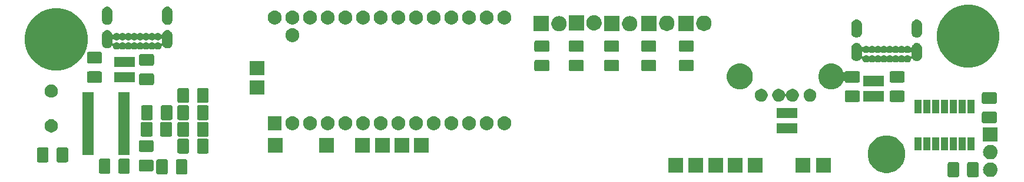
<source format=gts>
G04 #@! TF.GenerationSoftware,KiCad,Pcbnew,5.0.2+dfsg1-1*
G04 #@! TF.CreationDate,2021-01-13T15:08:11+01:00*
G04 #@! TF.ProjectId,ErgoDOX,4572676f-444f-4582-9e6b-696361645f70,rev?*
G04 #@! TF.SameCoordinates,Original*
G04 #@! TF.FileFunction,Soldermask,Top*
G04 #@! TF.FilePolarity,Negative*
%FSLAX46Y46*%
G04 Gerber Fmt 4.6, Leading zero omitted, Abs format (unit mm)*
G04 Created by KiCad (PCBNEW 5.0.2+dfsg1-1) date Wed 13 Jan 2021 03:08:11 PM CET*
%MOMM*%
%LPD*%
G01*
G04 APERTURE LIST*
%ADD10C,0.150000*%
G04 APERTURE END LIST*
D10*
G36*
X201157798Y-56178917D02*
X201205764Y-56193467D01*
X201249967Y-56217095D01*
X201288710Y-56248890D01*
X201320505Y-56287633D01*
X201344133Y-56331836D01*
X201358683Y-56379802D01*
X201364200Y-56435820D01*
X201364200Y-58067380D01*
X201358683Y-58123398D01*
X201344133Y-58171364D01*
X201320505Y-58215567D01*
X201288710Y-58254310D01*
X201249967Y-58286105D01*
X201205764Y-58309733D01*
X201157798Y-58324283D01*
X201101780Y-58329800D01*
X199970220Y-58329800D01*
X199914202Y-58324283D01*
X199866236Y-58309733D01*
X199822033Y-58286105D01*
X199783290Y-58254310D01*
X199751495Y-58215567D01*
X199727867Y-58171364D01*
X199713317Y-58123398D01*
X199707800Y-58067380D01*
X199707800Y-56435820D01*
X199713317Y-56379802D01*
X199727867Y-56331836D01*
X199751495Y-56287633D01*
X199783290Y-56248890D01*
X199822033Y-56217095D01*
X199866236Y-56193467D01*
X199914202Y-56178917D01*
X199970220Y-56173400D01*
X201101780Y-56173400D01*
X201157798Y-56178917D01*
X201157798Y-56178917D01*
G37*
G36*
X198357798Y-56178917D02*
X198405764Y-56193467D01*
X198449967Y-56217095D01*
X198488710Y-56248890D01*
X198520505Y-56287633D01*
X198544133Y-56331836D01*
X198558683Y-56379802D01*
X198564200Y-56435820D01*
X198564200Y-58067380D01*
X198558683Y-58123398D01*
X198544133Y-58171364D01*
X198520505Y-58215567D01*
X198488710Y-58254310D01*
X198449967Y-58286105D01*
X198405764Y-58309733D01*
X198357798Y-58324283D01*
X198301780Y-58329800D01*
X197170220Y-58329800D01*
X197114202Y-58324283D01*
X197066236Y-58309733D01*
X197022033Y-58286105D01*
X196983290Y-58254310D01*
X196951495Y-58215567D01*
X196927867Y-58171364D01*
X196913317Y-58123398D01*
X196907800Y-58067380D01*
X196907800Y-56435820D01*
X196913317Y-56379802D01*
X196927867Y-56331836D01*
X196951495Y-56287633D01*
X196983290Y-56248890D01*
X197022033Y-56217095D01*
X197066236Y-56193467D01*
X197114202Y-56178917D01*
X197170220Y-56173400D01*
X198301780Y-56173400D01*
X198357798Y-56178917D01*
X198357798Y-56178917D01*
G37*
G36*
X203254059Y-56213639D02*
X203254062Y-56213640D01*
X203254063Y-56213640D01*
X203452592Y-56273863D01*
X203452594Y-56273864D01*
X203452597Y-56273865D01*
X203635558Y-56371659D01*
X203795928Y-56503272D01*
X203927541Y-56663642D01*
X204025335Y-56846603D01*
X204085561Y-57045141D01*
X204105895Y-57251600D01*
X204085561Y-57458059D01*
X204085560Y-57458062D01*
X204085560Y-57458063D01*
X204028454Y-57646318D01*
X204025335Y-57656597D01*
X203927541Y-57839558D01*
X203795928Y-57999928D01*
X203635558Y-58131541D01*
X203452597Y-58229335D01*
X203452594Y-58229336D01*
X203452592Y-58229337D01*
X203254063Y-58289560D01*
X203254062Y-58289560D01*
X203254059Y-58289561D01*
X203099334Y-58304800D01*
X202995866Y-58304800D01*
X202841141Y-58289561D01*
X202841138Y-58289560D01*
X202841137Y-58289560D01*
X202642608Y-58229337D01*
X202642606Y-58229336D01*
X202642603Y-58229335D01*
X202459642Y-58131541D01*
X202299272Y-57999928D01*
X202167659Y-57839558D01*
X202069865Y-57656597D01*
X202066747Y-57646318D01*
X202009640Y-57458063D01*
X202009640Y-57458062D01*
X202009639Y-57458059D01*
X201989305Y-57251600D01*
X202009639Y-57045141D01*
X202069865Y-56846603D01*
X202167659Y-56663642D01*
X202299272Y-56503272D01*
X202459642Y-56371659D01*
X202642603Y-56273865D01*
X202642606Y-56273864D01*
X202642608Y-56273863D01*
X202841137Y-56213640D01*
X202841138Y-56213640D01*
X202841141Y-56213639D01*
X202995866Y-56198400D01*
X203099334Y-56198400D01*
X203254059Y-56213639D01*
X203254059Y-56213639D01*
G37*
G36*
X84570226Y-55757855D02*
X84618192Y-55772405D01*
X84662395Y-55796033D01*
X84701138Y-55827828D01*
X84732933Y-55866571D01*
X84756561Y-55910774D01*
X84771111Y-55958740D01*
X84776628Y-56014758D01*
X84776628Y-57646318D01*
X84771111Y-57702336D01*
X84756561Y-57750302D01*
X84732933Y-57794505D01*
X84701138Y-57833248D01*
X84662395Y-57865043D01*
X84618192Y-57888671D01*
X84570226Y-57903221D01*
X84514208Y-57908738D01*
X83382648Y-57908738D01*
X83326630Y-57903221D01*
X83278664Y-57888671D01*
X83234461Y-57865043D01*
X83195718Y-57833248D01*
X83163923Y-57794505D01*
X83140295Y-57750302D01*
X83125745Y-57702336D01*
X83120228Y-57646318D01*
X83120228Y-56014758D01*
X83125745Y-55958740D01*
X83140295Y-55910774D01*
X83163923Y-55866571D01*
X83195718Y-55827828D01*
X83234461Y-55796033D01*
X83278664Y-55772405D01*
X83326630Y-55757855D01*
X83382648Y-55752338D01*
X84514208Y-55752338D01*
X84570226Y-55757855D01*
X84570226Y-55757855D01*
G37*
G36*
X87370226Y-55757855D02*
X87418192Y-55772405D01*
X87462395Y-55796033D01*
X87501138Y-55827828D01*
X87532933Y-55866571D01*
X87556561Y-55910774D01*
X87571111Y-55958740D01*
X87576628Y-56014758D01*
X87576628Y-57646318D01*
X87571111Y-57702336D01*
X87556561Y-57750302D01*
X87532933Y-57794505D01*
X87501138Y-57833248D01*
X87462395Y-57865043D01*
X87418192Y-57888671D01*
X87370226Y-57903221D01*
X87314208Y-57908738D01*
X86182648Y-57908738D01*
X86126630Y-57903221D01*
X86078664Y-57888671D01*
X86034461Y-57865043D01*
X85995718Y-57833248D01*
X85963923Y-57794505D01*
X85940295Y-57750302D01*
X85925745Y-57702336D01*
X85920228Y-57646318D01*
X85920228Y-56014758D01*
X85925745Y-55958740D01*
X85940295Y-55910774D01*
X85963923Y-55866571D01*
X85995718Y-55827828D01*
X86034461Y-55796033D01*
X86078664Y-55772405D01*
X86126630Y-55757855D01*
X86182648Y-55752338D01*
X87314208Y-55752338D01*
X87370226Y-55757855D01*
X87370226Y-55757855D01*
G37*
G36*
X79107798Y-55670917D02*
X79155764Y-55685467D01*
X79199967Y-55709095D01*
X79238710Y-55740890D01*
X79270505Y-55779633D01*
X79294133Y-55823836D01*
X79308683Y-55871802D01*
X79314200Y-55927820D01*
X79314200Y-57559380D01*
X79308683Y-57615398D01*
X79294133Y-57663364D01*
X79270505Y-57707567D01*
X79238710Y-57746310D01*
X79199967Y-57778105D01*
X79155764Y-57801733D01*
X79107798Y-57816283D01*
X79051780Y-57821800D01*
X77920220Y-57821800D01*
X77864202Y-57816283D01*
X77816236Y-57801733D01*
X77772033Y-57778105D01*
X77733290Y-57746310D01*
X77701495Y-57707567D01*
X77677867Y-57663364D01*
X77663317Y-57615398D01*
X77657800Y-57559380D01*
X77657800Y-55927820D01*
X77663317Y-55871802D01*
X77677867Y-55823836D01*
X77701495Y-55779633D01*
X77733290Y-55740890D01*
X77772033Y-55709095D01*
X77816236Y-55685467D01*
X77864202Y-55670917D01*
X77920220Y-55665400D01*
X79051780Y-55665400D01*
X79107798Y-55670917D01*
X79107798Y-55670917D01*
G37*
G36*
X76307798Y-55670917D02*
X76355764Y-55685467D01*
X76399967Y-55709095D01*
X76438710Y-55740890D01*
X76470505Y-55779633D01*
X76494133Y-55823836D01*
X76508683Y-55871802D01*
X76514200Y-55927820D01*
X76514200Y-57559380D01*
X76508683Y-57615398D01*
X76494133Y-57663364D01*
X76470505Y-57707567D01*
X76438710Y-57746310D01*
X76399967Y-57778105D01*
X76355764Y-57801733D01*
X76307798Y-57816283D01*
X76251780Y-57821800D01*
X75120220Y-57821800D01*
X75064202Y-57816283D01*
X75016236Y-57801733D01*
X74972033Y-57778105D01*
X74933290Y-57746310D01*
X74901495Y-57707567D01*
X74877867Y-57663364D01*
X74863317Y-57615398D01*
X74857800Y-57559380D01*
X74857800Y-55927820D01*
X74863317Y-55871802D01*
X74877867Y-55823836D01*
X74901495Y-55779633D01*
X74933290Y-55740890D01*
X74972033Y-55709095D01*
X75016236Y-55685467D01*
X75064202Y-55670917D01*
X75120220Y-55665400D01*
X76251780Y-55665400D01*
X76307798Y-55670917D01*
X76307798Y-55670917D01*
G37*
G36*
X188452960Y-52327983D02*
X188900894Y-52417082D01*
X189392846Y-52620855D01*
X189835590Y-52916687D01*
X190212113Y-53293210D01*
X190507945Y-53735954D01*
X190711718Y-54227906D01*
X190780601Y-54574208D01*
X190815600Y-54750157D01*
X190815600Y-55282643D01*
X190812235Y-55299558D01*
X190711718Y-55804894D01*
X190507945Y-56296846D01*
X190212113Y-56739590D01*
X189835590Y-57116113D01*
X189392846Y-57411945D01*
X188900894Y-57615718D01*
X188465434Y-57702336D01*
X188378643Y-57719600D01*
X187846157Y-57719600D01*
X187759366Y-57702336D01*
X187323906Y-57615718D01*
X186831954Y-57411945D01*
X186389210Y-57116113D01*
X186012687Y-56739590D01*
X185716855Y-56296846D01*
X185513082Y-55804894D01*
X185412565Y-55299558D01*
X185409200Y-55282643D01*
X185409200Y-54750157D01*
X185444199Y-54574208D01*
X185513082Y-54227906D01*
X185716855Y-53735954D01*
X186012687Y-53293210D01*
X186389210Y-52916687D01*
X186831954Y-52620855D01*
X187323906Y-52417082D01*
X187771840Y-52327983D01*
X187846157Y-52313200D01*
X188378643Y-52313200D01*
X188452960Y-52327983D01*
X188452960Y-52327983D01*
G37*
G36*
X177176800Y-57695200D02*
X175070400Y-57695200D01*
X175070400Y-55588800D01*
X177176800Y-55588800D01*
X177176800Y-57695200D01*
X177176800Y-57695200D01*
G37*
G36*
X180072400Y-57695200D02*
X177966000Y-57695200D01*
X177966000Y-55588800D01*
X180072400Y-55588800D01*
X180072400Y-57695200D01*
X180072400Y-57695200D01*
G37*
G36*
X158888800Y-57695200D02*
X156782400Y-57695200D01*
X156782400Y-55588800D01*
X158888800Y-55588800D01*
X158888800Y-57695200D01*
X158888800Y-57695200D01*
G37*
G36*
X170268000Y-57695200D02*
X168161600Y-57695200D01*
X168161600Y-55588800D01*
X170268000Y-55588800D01*
X170268000Y-57695200D01*
X170268000Y-57695200D01*
G37*
G36*
X167423200Y-57695200D02*
X165316800Y-57695200D01*
X165316800Y-55588800D01*
X167423200Y-55588800D01*
X167423200Y-57695200D01*
X167423200Y-57695200D01*
G37*
G36*
X164578400Y-57695200D02*
X162472000Y-57695200D01*
X162472000Y-55588800D01*
X164578400Y-55588800D01*
X164578400Y-57695200D01*
X164578400Y-57695200D01*
G37*
G36*
X161733600Y-57695200D02*
X159627200Y-57695200D01*
X159627200Y-55588800D01*
X161733600Y-55588800D01*
X161733600Y-57695200D01*
X161733600Y-57695200D01*
G37*
G36*
X82537226Y-55820355D02*
X82585192Y-55834905D01*
X82629395Y-55858533D01*
X82668138Y-55890328D01*
X82699933Y-55929071D01*
X82723561Y-55973274D01*
X82738111Y-56021240D01*
X82743628Y-56077258D01*
X82743628Y-57208818D01*
X82738111Y-57264836D01*
X82723561Y-57312802D01*
X82699933Y-57357005D01*
X82668138Y-57395748D01*
X82629395Y-57427543D01*
X82585192Y-57451171D01*
X82537226Y-57465721D01*
X82481208Y-57471238D01*
X80849648Y-57471238D01*
X80793630Y-57465721D01*
X80745664Y-57451171D01*
X80701461Y-57427543D01*
X80662718Y-57395748D01*
X80630923Y-57357005D01*
X80607295Y-57312802D01*
X80592745Y-57264836D01*
X80587228Y-57208818D01*
X80587228Y-56077258D01*
X80592745Y-56021240D01*
X80607295Y-55973274D01*
X80630923Y-55929071D01*
X80662718Y-55890328D01*
X80701461Y-55858533D01*
X80745664Y-55834905D01*
X80793630Y-55820355D01*
X80849648Y-55814838D01*
X82481208Y-55814838D01*
X82537226Y-55820355D01*
X82537226Y-55820355D01*
G37*
G36*
X67425226Y-54043355D02*
X67473192Y-54057905D01*
X67517395Y-54081533D01*
X67556138Y-54113328D01*
X67587933Y-54152071D01*
X67611561Y-54196274D01*
X67626111Y-54244240D01*
X67631628Y-54300258D01*
X67631628Y-55931818D01*
X67626111Y-55987836D01*
X67611561Y-56035802D01*
X67587933Y-56080005D01*
X67556138Y-56118748D01*
X67517395Y-56150543D01*
X67473192Y-56174171D01*
X67425226Y-56188721D01*
X67369208Y-56194238D01*
X66237648Y-56194238D01*
X66181630Y-56188721D01*
X66133664Y-56174171D01*
X66089461Y-56150543D01*
X66050718Y-56118748D01*
X66018923Y-56080005D01*
X65995295Y-56035802D01*
X65980745Y-55987836D01*
X65975228Y-55931818D01*
X65975228Y-54300258D01*
X65980745Y-54244240D01*
X65995295Y-54196274D01*
X66018923Y-54152071D01*
X66050718Y-54113328D01*
X66089461Y-54081533D01*
X66133664Y-54057905D01*
X66181630Y-54043355D01*
X66237648Y-54037838D01*
X67369208Y-54037838D01*
X67425226Y-54043355D01*
X67425226Y-54043355D01*
G37*
G36*
X70225226Y-54043355D02*
X70273192Y-54057905D01*
X70317395Y-54081533D01*
X70356138Y-54113328D01*
X70387933Y-54152071D01*
X70411561Y-54196274D01*
X70426111Y-54244240D01*
X70431628Y-54300258D01*
X70431628Y-55931818D01*
X70426111Y-55987836D01*
X70411561Y-56035802D01*
X70387933Y-56080005D01*
X70356138Y-56118748D01*
X70317395Y-56150543D01*
X70273192Y-56174171D01*
X70225226Y-56188721D01*
X70169208Y-56194238D01*
X69037648Y-56194238D01*
X68981630Y-56188721D01*
X68933664Y-56174171D01*
X68889461Y-56150543D01*
X68850718Y-56118748D01*
X68818923Y-56080005D01*
X68795295Y-56035802D01*
X68780745Y-55987836D01*
X68775228Y-55931818D01*
X68775228Y-54300258D01*
X68780745Y-54244240D01*
X68795295Y-54196274D01*
X68818923Y-54152071D01*
X68850718Y-54113328D01*
X68889461Y-54081533D01*
X68933664Y-54057905D01*
X68981630Y-54043355D01*
X69037648Y-54037838D01*
X70169208Y-54037838D01*
X70225226Y-54043355D01*
X70225226Y-54043355D01*
G37*
G36*
X203254059Y-53673639D02*
X203254062Y-53673640D01*
X203254063Y-53673640D01*
X203452592Y-53733863D01*
X203452594Y-53733864D01*
X203452597Y-53733865D01*
X203635558Y-53831659D01*
X203795928Y-53963272D01*
X203927541Y-54123642D01*
X204025335Y-54306603D01*
X204025336Y-54306606D01*
X204025337Y-54306608D01*
X204044299Y-54369118D01*
X204085561Y-54505141D01*
X204105895Y-54711600D01*
X204085561Y-54918059D01*
X204025335Y-55116597D01*
X203927541Y-55299558D01*
X203795928Y-55459928D01*
X203635558Y-55591541D01*
X203452597Y-55689335D01*
X203452594Y-55689336D01*
X203452592Y-55689337D01*
X203254063Y-55749560D01*
X203254062Y-55749560D01*
X203254059Y-55749561D01*
X203099334Y-55764800D01*
X202995866Y-55764800D01*
X202841141Y-55749561D01*
X202841138Y-55749560D01*
X202841137Y-55749560D01*
X202642608Y-55689337D01*
X202642606Y-55689336D01*
X202642603Y-55689335D01*
X202459642Y-55591541D01*
X202299272Y-55459928D01*
X202167659Y-55299558D01*
X202069865Y-55116597D01*
X202009639Y-54918059D01*
X201989305Y-54711600D01*
X202009639Y-54505141D01*
X202050901Y-54369118D01*
X202069863Y-54306608D01*
X202069864Y-54306606D01*
X202069865Y-54306603D01*
X202167659Y-54123642D01*
X202299272Y-53963272D01*
X202459642Y-53831659D01*
X202642603Y-53733865D01*
X202642606Y-53733864D01*
X202642608Y-53733863D01*
X202841137Y-53673640D01*
X202841138Y-53673640D01*
X202841141Y-53673639D01*
X202995866Y-53658400D01*
X203099334Y-53658400D01*
X203254059Y-53673639D01*
X203254059Y-53673639D01*
G37*
G36*
X74090128Y-55138238D02*
X72483728Y-55138238D01*
X72483728Y-46076838D01*
X74090128Y-46076838D01*
X74090128Y-55138238D01*
X74090128Y-55138238D01*
G37*
G36*
X79290128Y-55138238D02*
X77683728Y-55138238D01*
X77683728Y-46076838D01*
X79290128Y-46076838D01*
X79290128Y-55138238D01*
X79290128Y-55138238D01*
G37*
G36*
X87618226Y-52773355D02*
X87666192Y-52787905D01*
X87710395Y-52811533D01*
X87749138Y-52843328D01*
X87780933Y-52882071D01*
X87804561Y-52926274D01*
X87819111Y-52974240D01*
X87824628Y-53030258D01*
X87824628Y-54661818D01*
X87819111Y-54717836D01*
X87804561Y-54765802D01*
X87780933Y-54810005D01*
X87749138Y-54848748D01*
X87710395Y-54880543D01*
X87666192Y-54904171D01*
X87618226Y-54918721D01*
X87562208Y-54924238D01*
X86430648Y-54924238D01*
X86374630Y-54918721D01*
X86326664Y-54904171D01*
X86282461Y-54880543D01*
X86243718Y-54848748D01*
X86211923Y-54810005D01*
X86188295Y-54765802D01*
X86173745Y-54717836D01*
X86168228Y-54661818D01*
X86168228Y-53030258D01*
X86173745Y-52974240D01*
X86188295Y-52926274D01*
X86211923Y-52882071D01*
X86243718Y-52843328D01*
X86282461Y-52811533D01*
X86326664Y-52787905D01*
X86374630Y-52773355D01*
X86430648Y-52767838D01*
X87562208Y-52767838D01*
X87618226Y-52773355D01*
X87618226Y-52773355D01*
G37*
G36*
X90418226Y-52773355D02*
X90466192Y-52787905D01*
X90510395Y-52811533D01*
X90549138Y-52843328D01*
X90580933Y-52882071D01*
X90604561Y-52926274D01*
X90619111Y-52974240D01*
X90624628Y-53030258D01*
X90624628Y-54661818D01*
X90619111Y-54717836D01*
X90604561Y-54765802D01*
X90580933Y-54810005D01*
X90549138Y-54848748D01*
X90510395Y-54880543D01*
X90466192Y-54904171D01*
X90418226Y-54918721D01*
X90362208Y-54924238D01*
X89230648Y-54924238D01*
X89174630Y-54918721D01*
X89126664Y-54904171D01*
X89082461Y-54880543D01*
X89043718Y-54848748D01*
X89011923Y-54810005D01*
X88988295Y-54765802D01*
X88973745Y-54717836D01*
X88968228Y-54661818D01*
X88968228Y-53030258D01*
X88973745Y-52974240D01*
X88988295Y-52926274D01*
X89011923Y-52882071D01*
X89043718Y-52843328D01*
X89082461Y-52811533D01*
X89126664Y-52787905D01*
X89174630Y-52773355D01*
X89230648Y-52767838D01*
X90362208Y-52767838D01*
X90418226Y-52773355D01*
X90418226Y-52773355D01*
G37*
G36*
X101281600Y-54799600D02*
X99175200Y-54799600D01*
X99175200Y-52693200D01*
X101281600Y-52693200D01*
X101281600Y-54799600D01*
X101281600Y-54799600D01*
G37*
G36*
X119468000Y-54799600D02*
X117361600Y-54799600D01*
X117361600Y-52693200D01*
X119468000Y-52693200D01*
X119468000Y-54799600D01*
X119468000Y-54799600D01*
G37*
G36*
X113829200Y-54799600D02*
X111722800Y-54799600D01*
X111722800Y-52693200D01*
X113829200Y-52693200D01*
X113829200Y-54799600D01*
X113829200Y-54799600D01*
G37*
G36*
X108647600Y-54799600D02*
X106541200Y-54799600D01*
X106541200Y-52693200D01*
X108647600Y-52693200D01*
X108647600Y-54799600D01*
X108647600Y-54799600D01*
G37*
G36*
X116674000Y-54799600D02*
X114567600Y-54799600D01*
X114567600Y-52693200D01*
X116674000Y-52693200D01*
X116674000Y-54799600D01*
X116674000Y-54799600D01*
G37*
G36*
X122312800Y-54799600D02*
X120206400Y-54799600D01*
X120206400Y-52693200D01*
X122312800Y-52693200D01*
X122312800Y-54799600D01*
X122312800Y-54799600D01*
G37*
G36*
X82537226Y-53020355D02*
X82585192Y-53034905D01*
X82629395Y-53058533D01*
X82668138Y-53090328D01*
X82699933Y-53129071D01*
X82723561Y-53173274D01*
X82738111Y-53221240D01*
X82743628Y-53277258D01*
X82743628Y-54408818D01*
X82738111Y-54464836D01*
X82723561Y-54512802D01*
X82699933Y-54557005D01*
X82668138Y-54595748D01*
X82629395Y-54627543D01*
X82585192Y-54651171D01*
X82537226Y-54665721D01*
X82481208Y-54671238D01*
X80849648Y-54671238D01*
X80793630Y-54665721D01*
X80745664Y-54651171D01*
X80701461Y-54627543D01*
X80662718Y-54595748D01*
X80630923Y-54557005D01*
X80607295Y-54512802D01*
X80592745Y-54464836D01*
X80587228Y-54408818D01*
X80587228Y-53277258D01*
X80592745Y-53221240D01*
X80607295Y-53173274D01*
X80630923Y-53129071D01*
X80662718Y-53090328D01*
X80701461Y-53058533D01*
X80745664Y-53034905D01*
X80793630Y-53020355D01*
X80849648Y-53014838D01*
X82481208Y-53014838D01*
X82537226Y-53020355D01*
X82537226Y-53020355D01*
G37*
G36*
X200789314Y-54482155D02*
X199782914Y-54482155D01*
X199782914Y-52575755D01*
X200789314Y-52575755D01*
X200789314Y-54482155D01*
X200789314Y-54482155D01*
G37*
G36*
X199519314Y-54482155D02*
X198512914Y-54482155D01*
X198512914Y-52575755D01*
X199519314Y-52575755D01*
X199519314Y-54482155D01*
X199519314Y-54482155D01*
G37*
G36*
X198249314Y-54482155D02*
X197242914Y-54482155D01*
X197242914Y-52575755D01*
X198249314Y-52575755D01*
X198249314Y-54482155D01*
X198249314Y-54482155D01*
G37*
G36*
X196979314Y-54482155D02*
X195972914Y-54482155D01*
X195972914Y-52575755D01*
X196979314Y-52575755D01*
X196979314Y-54482155D01*
X196979314Y-54482155D01*
G37*
G36*
X194439314Y-54482155D02*
X193432914Y-54482155D01*
X193432914Y-52575755D01*
X194439314Y-52575755D01*
X194439314Y-54482155D01*
X194439314Y-54482155D01*
G37*
G36*
X195709314Y-54482155D02*
X194702914Y-54482155D01*
X194702914Y-52575755D01*
X195709314Y-52575755D01*
X195709314Y-54482155D01*
X195709314Y-54482155D01*
G37*
G36*
X193169314Y-54482155D02*
X192162914Y-54482155D01*
X192162914Y-52575755D01*
X193169314Y-52575755D01*
X193169314Y-54482155D01*
X193169314Y-54482155D01*
G37*
G36*
X204100800Y-53224800D02*
X201994400Y-53224800D01*
X201994400Y-51118400D01*
X204100800Y-51118400D01*
X204100800Y-53224800D01*
X204100800Y-53224800D01*
G37*
G36*
X85147726Y-50360355D02*
X85195692Y-50374905D01*
X85239895Y-50398533D01*
X85278638Y-50430328D01*
X85310433Y-50469071D01*
X85334061Y-50513274D01*
X85348611Y-50561240D01*
X85354128Y-50617258D01*
X85354128Y-52248818D01*
X85348611Y-52304836D01*
X85334061Y-52352802D01*
X85310433Y-52397005D01*
X85278638Y-52435748D01*
X85239895Y-52467543D01*
X85195692Y-52491171D01*
X85147726Y-52505721D01*
X85091708Y-52511238D01*
X83960148Y-52511238D01*
X83904130Y-52505721D01*
X83856164Y-52491171D01*
X83811961Y-52467543D01*
X83773218Y-52435748D01*
X83741423Y-52397005D01*
X83717795Y-52352802D01*
X83703245Y-52304836D01*
X83697728Y-52248818D01*
X83697728Y-50617258D01*
X83703245Y-50561240D01*
X83717795Y-50513274D01*
X83741423Y-50469071D01*
X83773218Y-50430328D01*
X83811961Y-50398533D01*
X83856164Y-50374905D01*
X83904130Y-50360355D01*
X83960148Y-50354838D01*
X85091708Y-50354838D01*
X85147726Y-50360355D01*
X85147726Y-50360355D01*
G37*
G36*
X87618226Y-50360355D02*
X87666192Y-50374905D01*
X87710395Y-50398533D01*
X87749138Y-50430328D01*
X87780933Y-50469071D01*
X87804561Y-50513274D01*
X87819111Y-50561240D01*
X87824628Y-50617258D01*
X87824628Y-52248818D01*
X87819111Y-52304836D01*
X87804561Y-52352802D01*
X87780933Y-52397005D01*
X87749138Y-52435748D01*
X87710395Y-52467543D01*
X87666192Y-52491171D01*
X87618226Y-52505721D01*
X87562208Y-52511238D01*
X86430648Y-52511238D01*
X86374630Y-52505721D01*
X86326664Y-52491171D01*
X86282461Y-52467543D01*
X86243718Y-52435748D01*
X86211923Y-52397005D01*
X86188295Y-52352802D01*
X86173745Y-52304836D01*
X86168228Y-52248818D01*
X86168228Y-50617258D01*
X86173745Y-50561240D01*
X86188295Y-50513274D01*
X86211923Y-50469071D01*
X86243718Y-50430328D01*
X86282461Y-50398533D01*
X86326664Y-50374905D01*
X86374630Y-50360355D01*
X86430648Y-50354838D01*
X87562208Y-50354838D01*
X87618226Y-50360355D01*
X87618226Y-50360355D01*
G37*
G36*
X90418226Y-50360355D02*
X90466192Y-50374905D01*
X90510395Y-50398533D01*
X90549138Y-50430328D01*
X90580933Y-50469071D01*
X90604561Y-50513274D01*
X90619111Y-50561240D01*
X90624628Y-50617258D01*
X90624628Y-52248818D01*
X90619111Y-52304836D01*
X90604561Y-52352802D01*
X90580933Y-52397005D01*
X90549138Y-52435748D01*
X90510395Y-52467543D01*
X90466192Y-52491171D01*
X90418226Y-52505721D01*
X90362208Y-52511238D01*
X89230648Y-52511238D01*
X89174630Y-52505721D01*
X89126664Y-52491171D01*
X89082461Y-52467543D01*
X89043718Y-52435748D01*
X89011923Y-52397005D01*
X88988295Y-52352802D01*
X88973745Y-52304836D01*
X88968228Y-52248818D01*
X88968228Y-50617258D01*
X88973745Y-50561240D01*
X88988295Y-50513274D01*
X89011923Y-50469071D01*
X89043718Y-50430328D01*
X89082461Y-50398533D01*
X89126664Y-50374905D01*
X89174630Y-50360355D01*
X89230648Y-50354838D01*
X90362208Y-50354838D01*
X90418226Y-50360355D01*
X90418226Y-50360355D01*
G37*
G36*
X82347726Y-50360355D02*
X82395692Y-50374905D01*
X82439895Y-50398533D01*
X82478638Y-50430328D01*
X82510433Y-50469071D01*
X82534061Y-50513274D01*
X82548611Y-50561240D01*
X82554128Y-50617258D01*
X82554128Y-52248818D01*
X82548611Y-52304836D01*
X82534061Y-52352802D01*
X82510433Y-52397005D01*
X82478638Y-52435748D01*
X82439895Y-52467543D01*
X82395692Y-52491171D01*
X82347726Y-52505721D01*
X82291708Y-52511238D01*
X81160148Y-52511238D01*
X81104130Y-52505721D01*
X81056164Y-52491171D01*
X81011961Y-52467543D01*
X80973218Y-52435748D01*
X80941423Y-52397005D01*
X80917795Y-52352802D01*
X80903245Y-52304836D01*
X80897728Y-52248818D01*
X80897728Y-50617258D01*
X80903245Y-50561240D01*
X80917795Y-50513274D01*
X80941423Y-50469071D01*
X80973218Y-50430328D01*
X81011961Y-50398533D01*
X81056164Y-50374905D01*
X81104130Y-50360355D01*
X81160148Y-50354838D01*
X82291708Y-50354838D01*
X82347726Y-50360355D01*
X82347726Y-50360355D01*
G37*
G36*
X175265000Y-52023600D02*
X172308600Y-52023600D01*
X172308600Y-50557200D01*
X175265000Y-50557200D01*
X175265000Y-52023600D01*
X175265000Y-52023600D01*
G37*
G36*
X68198888Y-49990153D02*
X68290966Y-50008469D01*
X68464437Y-50080323D01*
X68620558Y-50184639D01*
X68753327Y-50317408D01*
X68857643Y-50473529D01*
X68929497Y-50647000D01*
X68966128Y-50831156D01*
X68966128Y-51018920D01*
X68929497Y-51203076D01*
X68857643Y-51376547D01*
X68753327Y-51532668D01*
X68620558Y-51665437D01*
X68464437Y-51769753D01*
X68290966Y-51841607D01*
X68198888Y-51859922D01*
X68106811Y-51878238D01*
X67919045Y-51878238D01*
X67826968Y-51859922D01*
X67734890Y-51841607D01*
X67561419Y-51769753D01*
X67405298Y-51665437D01*
X67272529Y-51532668D01*
X67168213Y-51376547D01*
X67096359Y-51203076D01*
X67059728Y-51018920D01*
X67059728Y-50831156D01*
X67096359Y-50647000D01*
X67168213Y-50473529D01*
X67272529Y-50317408D01*
X67405298Y-50184639D01*
X67561419Y-50080323D01*
X67734890Y-50008469D01*
X67826968Y-49990154D01*
X67919045Y-49971838D01*
X68106811Y-49971838D01*
X68198888Y-49990153D01*
X68198888Y-49990153D01*
G37*
G36*
X133355215Y-49562076D02*
X133452123Y-49581352D01*
X133527746Y-49612676D01*
X133634692Y-49656975D01*
X133799006Y-49766766D01*
X133938734Y-49906494D01*
X134048525Y-50070808D01*
X134124148Y-50253378D01*
X134162700Y-50447192D01*
X134162700Y-50644808D01*
X134124148Y-50838622D01*
X134048525Y-51021192D01*
X133938734Y-51185506D01*
X133799006Y-51325234D01*
X133634692Y-51435025D01*
X133527746Y-51479324D01*
X133452123Y-51510648D01*
X133355215Y-51529924D01*
X133258308Y-51549200D01*
X133060692Y-51549200D01*
X132963785Y-51529924D01*
X132866877Y-51510648D01*
X132791254Y-51479324D01*
X132684308Y-51435025D01*
X132519994Y-51325234D01*
X132380266Y-51185506D01*
X132270475Y-51021192D01*
X132194852Y-50838622D01*
X132156300Y-50644808D01*
X132156300Y-50447192D01*
X132194852Y-50253378D01*
X132270475Y-50070808D01*
X132380266Y-49906494D01*
X132519994Y-49766766D01*
X132684308Y-49656975D01*
X132791254Y-49612676D01*
X132866877Y-49581352D01*
X132963785Y-49562076D01*
X133060692Y-49542800D01*
X133258308Y-49542800D01*
X133355215Y-49562076D01*
X133355215Y-49562076D01*
G37*
G36*
X115575215Y-49562076D02*
X115672123Y-49581352D01*
X115747746Y-49612676D01*
X115854692Y-49656975D01*
X116019006Y-49766766D01*
X116158734Y-49906494D01*
X116268525Y-50070808D01*
X116344148Y-50253378D01*
X116382700Y-50447192D01*
X116382700Y-50644808D01*
X116344148Y-50838622D01*
X116268525Y-51021192D01*
X116158734Y-51185506D01*
X116019006Y-51325234D01*
X115854692Y-51435025D01*
X115747746Y-51479324D01*
X115672123Y-51510648D01*
X115575215Y-51529924D01*
X115478308Y-51549200D01*
X115280692Y-51549200D01*
X115183785Y-51529924D01*
X115086877Y-51510648D01*
X115011254Y-51479324D01*
X114904308Y-51435025D01*
X114739994Y-51325234D01*
X114600266Y-51185506D01*
X114490475Y-51021192D01*
X114414852Y-50838622D01*
X114376300Y-50644808D01*
X114376300Y-50447192D01*
X114414852Y-50253378D01*
X114490475Y-50070808D01*
X114600266Y-49906494D01*
X114739994Y-49766766D01*
X114904308Y-49656975D01*
X115011254Y-49612676D01*
X115086877Y-49581352D01*
X115183785Y-49562076D01*
X115280692Y-49542800D01*
X115478308Y-49542800D01*
X115575215Y-49562076D01*
X115575215Y-49562076D01*
G37*
G36*
X113035215Y-49562076D02*
X113132123Y-49581352D01*
X113207746Y-49612676D01*
X113314692Y-49656975D01*
X113479006Y-49766766D01*
X113618734Y-49906494D01*
X113728525Y-50070808D01*
X113804148Y-50253378D01*
X113842700Y-50447192D01*
X113842700Y-50644808D01*
X113804148Y-50838622D01*
X113728525Y-51021192D01*
X113618734Y-51185506D01*
X113479006Y-51325234D01*
X113314692Y-51435025D01*
X113207746Y-51479324D01*
X113132123Y-51510648D01*
X113035215Y-51529924D01*
X112938308Y-51549200D01*
X112740692Y-51549200D01*
X112643785Y-51529924D01*
X112546877Y-51510648D01*
X112471254Y-51479324D01*
X112364308Y-51435025D01*
X112199994Y-51325234D01*
X112060266Y-51185506D01*
X111950475Y-51021192D01*
X111874852Y-50838622D01*
X111836300Y-50644808D01*
X111836300Y-50447192D01*
X111874852Y-50253378D01*
X111950475Y-50070808D01*
X112060266Y-49906494D01*
X112199994Y-49766766D01*
X112364308Y-49656975D01*
X112471254Y-49612676D01*
X112546877Y-49581352D01*
X112643785Y-49562076D01*
X112740692Y-49542800D01*
X112938308Y-49542800D01*
X113035215Y-49562076D01*
X113035215Y-49562076D01*
G37*
G36*
X102875215Y-49562076D02*
X102972123Y-49581352D01*
X103047746Y-49612676D01*
X103154692Y-49656975D01*
X103319006Y-49766766D01*
X103458734Y-49906494D01*
X103568525Y-50070808D01*
X103644148Y-50253378D01*
X103682700Y-50447192D01*
X103682700Y-50644808D01*
X103644148Y-50838622D01*
X103568525Y-51021192D01*
X103458734Y-51185506D01*
X103319006Y-51325234D01*
X103154692Y-51435025D01*
X103047746Y-51479324D01*
X102972123Y-51510648D01*
X102875215Y-51529924D01*
X102778308Y-51549200D01*
X102580692Y-51549200D01*
X102483785Y-51529924D01*
X102386877Y-51510648D01*
X102311254Y-51479324D01*
X102204308Y-51435025D01*
X102039994Y-51325234D01*
X101900266Y-51185506D01*
X101790475Y-51021192D01*
X101714852Y-50838622D01*
X101676300Y-50644808D01*
X101676300Y-50447192D01*
X101714852Y-50253378D01*
X101790475Y-50070808D01*
X101900266Y-49906494D01*
X102039994Y-49766766D01*
X102204308Y-49656975D01*
X102311254Y-49612676D01*
X102386877Y-49581352D01*
X102483785Y-49562076D01*
X102580692Y-49542800D01*
X102778308Y-49542800D01*
X102875215Y-49562076D01*
X102875215Y-49562076D01*
G37*
G36*
X105415215Y-49562076D02*
X105512123Y-49581352D01*
X105587746Y-49612676D01*
X105694692Y-49656975D01*
X105859006Y-49766766D01*
X105998734Y-49906494D01*
X106108525Y-50070808D01*
X106184148Y-50253378D01*
X106222700Y-50447192D01*
X106222700Y-50644808D01*
X106184148Y-50838622D01*
X106108525Y-51021192D01*
X105998734Y-51185506D01*
X105859006Y-51325234D01*
X105694692Y-51435025D01*
X105587746Y-51479324D01*
X105512123Y-51510648D01*
X105415215Y-51529924D01*
X105318308Y-51549200D01*
X105120692Y-51549200D01*
X105023785Y-51529924D01*
X104926877Y-51510648D01*
X104851254Y-51479324D01*
X104744308Y-51435025D01*
X104579994Y-51325234D01*
X104440266Y-51185506D01*
X104330475Y-51021192D01*
X104254852Y-50838622D01*
X104216300Y-50644808D01*
X104216300Y-50447192D01*
X104254852Y-50253378D01*
X104330475Y-50070808D01*
X104440266Y-49906494D01*
X104579994Y-49766766D01*
X104744308Y-49656975D01*
X104851254Y-49612676D01*
X104926877Y-49581352D01*
X105023785Y-49562076D01*
X105120692Y-49542800D01*
X105318308Y-49542800D01*
X105415215Y-49562076D01*
X105415215Y-49562076D01*
G37*
G36*
X110495215Y-49562076D02*
X110592123Y-49581352D01*
X110667746Y-49612676D01*
X110774692Y-49656975D01*
X110939006Y-49766766D01*
X111078734Y-49906494D01*
X111188525Y-50070808D01*
X111264148Y-50253378D01*
X111302700Y-50447192D01*
X111302700Y-50644808D01*
X111264148Y-50838622D01*
X111188525Y-51021192D01*
X111078734Y-51185506D01*
X110939006Y-51325234D01*
X110774692Y-51435025D01*
X110667746Y-51479324D01*
X110592123Y-51510648D01*
X110495215Y-51529924D01*
X110398308Y-51549200D01*
X110200692Y-51549200D01*
X110103785Y-51529924D01*
X110006877Y-51510648D01*
X109931254Y-51479324D01*
X109824308Y-51435025D01*
X109659994Y-51325234D01*
X109520266Y-51185506D01*
X109410475Y-51021192D01*
X109334852Y-50838622D01*
X109296300Y-50644808D01*
X109296300Y-50447192D01*
X109334852Y-50253378D01*
X109410475Y-50070808D01*
X109520266Y-49906494D01*
X109659994Y-49766766D01*
X109824308Y-49656975D01*
X109931254Y-49612676D01*
X110006877Y-49581352D01*
X110103785Y-49562076D01*
X110200692Y-49542800D01*
X110398308Y-49542800D01*
X110495215Y-49562076D01*
X110495215Y-49562076D01*
G37*
G36*
X101142700Y-51549200D02*
X99136300Y-51549200D01*
X99136300Y-49542800D01*
X101142700Y-49542800D01*
X101142700Y-51549200D01*
X101142700Y-51549200D01*
G37*
G36*
X128275215Y-49562076D02*
X128372123Y-49581352D01*
X128447746Y-49612676D01*
X128554692Y-49656975D01*
X128719006Y-49766766D01*
X128858734Y-49906494D01*
X128968525Y-50070808D01*
X129044148Y-50253378D01*
X129082700Y-50447192D01*
X129082700Y-50644808D01*
X129044148Y-50838622D01*
X128968525Y-51021192D01*
X128858734Y-51185506D01*
X128719006Y-51325234D01*
X128554692Y-51435025D01*
X128447746Y-51479324D01*
X128372123Y-51510648D01*
X128275215Y-51529924D01*
X128178308Y-51549200D01*
X127980692Y-51549200D01*
X127883785Y-51529924D01*
X127786877Y-51510648D01*
X127711254Y-51479324D01*
X127604308Y-51435025D01*
X127439994Y-51325234D01*
X127300266Y-51185506D01*
X127190475Y-51021192D01*
X127114852Y-50838622D01*
X127076300Y-50644808D01*
X127076300Y-50447192D01*
X127114852Y-50253378D01*
X127190475Y-50070808D01*
X127300266Y-49906494D01*
X127439994Y-49766766D01*
X127604308Y-49656975D01*
X127711254Y-49612676D01*
X127786877Y-49581352D01*
X127883785Y-49562076D01*
X127980692Y-49542800D01*
X128178308Y-49542800D01*
X128275215Y-49562076D01*
X128275215Y-49562076D01*
G37*
G36*
X130815215Y-49562076D02*
X130912123Y-49581352D01*
X130987746Y-49612676D01*
X131094692Y-49656975D01*
X131259006Y-49766766D01*
X131398734Y-49906494D01*
X131508525Y-50070808D01*
X131584148Y-50253378D01*
X131622700Y-50447192D01*
X131622700Y-50644808D01*
X131584148Y-50838622D01*
X131508525Y-51021192D01*
X131398734Y-51185506D01*
X131259006Y-51325234D01*
X131094692Y-51435025D01*
X130987746Y-51479324D01*
X130912123Y-51510648D01*
X130815215Y-51529924D01*
X130718308Y-51549200D01*
X130520692Y-51549200D01*
X130423785Y-51529924D01*
X130326877Y-51510648D01*
X130251254Y-51479324D01*
X130144308Y-51435025D01*
X129979994Y-51325234D01*
X129840266Y-51185506D01*
X129730475Y-51021192D01*
X129654852Y-50838622D01*
X129616300Y-50644808D01*
X129616300Y-50447192D01*
X129654852Y-50253378D01*
X129730475Y-50070808D01*
X129840266Y-49906494D01*
X129979994Y-49766766D01*
X130144308Y-49656975D01*
X130251254Y-49612676D01*
X130326877Y-49581352D01*
X130423785Y-49562076D01*
X130520692Y-49542800D01*
X130718308Y-49542800D01*
X130815215Y-49562076D01*
X130815215Y-49562076D01*
G37*
G36*
X107955215Y-49562076D02*
X108052123Y-49581352D01*
X108127746Y-49612676D01*
X108234692Y-49656975D01*
X108399006Y-49766766D01*
X108538734Y-49906494D01*
X108648525Y-50070808D01*
X108724148Y-50253378D01*
X108762700Y-50447192D01*
X108762700Y-50644808D01*
X108724148Y-50838622D01*
X108648525Y-51021192D01*
X108538734Y-51185506D01*
X108399006Y-51325234D01*
X108234692Y-51435025D01*
X108127746Y-51479324D01*
X108052123Y-51510648D01*
X107955215Y-51529924D01*
X107858308Y-51549200D01*
X107660692Y-51549200D01*
X107563785Y-51529924D01*
X107466877Y-51510648D01*
X107391254Y-51479324D01*
X107284308Y-51435025D01*
X107119994Y-51325234D01*
X106980266Y-51185506D01*
X106870475Y-51021192D01*
X106794852Y-50838622D01*
X106756300Y-50644808D01*
X106756300Y-50447192D01*
X106794852Y-50253378D01*
X106870475Y-50070808D01*
X106980266Y-49906494D01*
X107119994Y-49766766D01*
X107284308Y-49656975D01*
X107391254Y-49612676D01*
X107466877Y-49581352D01*
X107563785Y-49562076D01*
X107660692Y-49542800D01*
X107858308Y-49542800D01*
X107955215Y-49562076D01*
X107955215Y-49562076D01*
G37*
G36*
X120655215Y-49562076D02*
X120752123Y-49581352D01*
X120827746Y-49612676D01*
X120934692Y-49656975D01*
X121099006Y-49766766D01*
X121238734Y-49906494D01*
X121348525Y-50070808D01*
X121424148Y-50253378D01*
X121462700Y-50447192D01*
X121462700Y-50644808D01*
X121424148Y-50838622D01*
X121348525Y-51021192D01*
X121238734Y-51185506D01*
X121099006Y-51325234D01*
X120934692Y-51435025D01*
X120827746Y-51479324D01*
X120752123Y-51510648D01*
X120655215Y-51529924D01*
X120558308Y-51549200D01*
X120360692Y-51549200D01*
X120263785Y-51529924D01*
X120166877Y-51510648D01*
X120091254Y-51479324D01*
X119984308Y-51435025D01*
X119819994Y-51325234D01*
X119680266Y-51185506D01*
X119570475Y-51021192D01*
X119494852Y-50838622D01*
X119456300Y-50644808D01*
X119456300Y-50447192D01*
X119494852Y-50253378D01*
X119570475Y-50070808D01*
X119680266Y-49906494D01*
X119819994Y-49766766D01*
X119984308Y-49656975D01*
X120091254Y-49612676D01*
X120166877Y-49581352D01*
X120263785Y-49562076D01*
X120360692Y-49542800D01*
X120558308Y-49542800D01*
X120655215Y-49562076D01*
X120655215Y-49562076D01*
G37*
G36*
X118115215Y-49562076D02*
X118212123Y-49581352D01*
X118287746Y-49612676D01*
X118394692Y-49656975D01*
X118559006Y-49766766D01*
X118698734Y-49906494D01*
X118808525Y-50070808D01*
X118884148Y-50253378D01*
X118922700Y-50447192D01*
X118922700Y-50644808D01*
X118884148Y-50838622D01*
X118808525Y-51021192D01*
X118698734Y-51185506D01*
X118559006Y-51325234D01*
X118394692Y-51435025D01*
X118287746Y-51479324D01*
X118212123Y-51510648D01*
X118115215Y-51529924D01*
X118018308Y-51549200D01*
X117820692Y-51549200D01*
X117723785Y-51529924D01*
X117626877Y-51510648D01*
X117551254Y-51479324D01*
X117444308Y-51435025D01*
X117279994Y-51325234D01*
X117140266Y-51185506D01*
X117030475Y-51021192D01*
X116954852Y-50838622D01*
X116916300Y-50644808D01*
X116916300Y-50447192D01*
X116954852Y-50253378D01*
X117030475Y-50070808D01*
X117140266Y-49906494D01*
X117279994Y-49766766D01*
X117444308Y-49656975D01*
X117551254Y-49612676D01*
X117626877Y-49581352D01*
X117723785Y-49562076D01*
X117820692Y-49542800D01*
X118018308Y-49542800D01*
X118115215Y-49562076D01*
X118115215Y-49562076D01*
G37*
G36*
X125735215Y-49562076D02*
X125832123Y-49581352D01*
X125907746Y-49612676D01*
X126014692Y-49656975D01*
X126179006Y-49766766D01*
X126318734Y-49906494D01*
X126428525Y-50070808D01*
X126504148Y-50253378D01*
X126542700Y-50447192D01*
X126542700Y-50644808D01*
X126504148Y-50838622D01*
X126428525Y-51021192D01*
X126318734Y-51185506D01*
X126179006Y-51325234D01*
X126014692Y-51435025D01*
X125907746Y-51479324D01*
X125832123Y-51510648D01*
X125735215Y-51529924D01*
X125638308Y-51549200D01*
X125440692Y-51549200D01*
X125343785Y-51529924D01*
X125246877Y-51510648D01*
X125171254Y-51479324D01*
X125064308Y-51435025D01*
X124899994Y-51325234D01*
X124760266Y-51185506D01*
X124650475Y-51021192D01*
X124574852Y-50838622D01*
X124536300Y-50644808D01*
X124536300Y-50447192D01*
X124574852Y-50253378D01*
X124650475Y-50070808D01*
X124760266Y-49906494D01*
X124899994Y-49766766D01*
X125064308Y-49656975D01*
X125171254Y-49612676D01*
X125246877Y-49581352D01*
X125343785Y-49562076D01*
X125440692Y-49542800D01*
X125638308Y-49542800D01*
X125735215Y-49562076D01*
X125735215Y-49562076D01*
G37*
G36*
X123195215Y-49562076D02*
X123292123Y-49581352D01*
X123367746Y-49612676D01*
X123474692Y-49656975D01*
X123639006Y-49766766D01*
X123778734Y-49906494D01*
X123888525Y-50070808D01*
X123964148Y-50253378D01*
X124002700Y-50447192D01*
X124002700Y-50644808D01*
X123964148Y-50838622D01*
X123888525Y-51021192D01*
X123778734Y-51185506D01*
X123639006Y-51325234D01*
X123474692Y-51435025D01*
X123367746Y-51479324D01*
X123292123Y-51510648D01*
X123195215Y-51529924D01*
X123098308Y-51549200D01*
X122900692Y-51549200D01*
X122803785Y-51529924D01*
X122706877Y-51510648D01*
X122631254Y-51479324D01*
X122524308Y-51435025D01*
X122359994Y-51325234D01*
X122220266Y-51185506D01*
X122110475Y-51021192D01*
X122034852Y-50838622D01*
X121996300Y-50644808D01*
X121996300Y-50447192D01*
X122034852Y-50253378D01*
X122110475Y-50070808D01*
X122220266Y-49906494D01*
X122359994Y-49766766D01*
X122524308Y-49656975D01*
X122631254Y-49612676D01*
X122706877Y-49581352D01*
X122803785Y-49562076D01*
X122900692Y-49542800D01*
X123098308Y-49542800D01*
X123195215Y-49562076D01*
X123195215Y-49562076D01*
G37*
G36*
X203766998Y-48888117D02*
X203814964Y-48902667D01*
X203859167Y-48926295D01*
X203897910Y-48958090D01*
X203929705Y-48996833D01*
X203953333Y-49041036D01*
X203967883Y-49089002D01*
X203973400Y-49145020D01*
X203973400Y-50276580D01*
X203967883Y-50332598D01*
X203953333Y-50380564D01*
X203929705Y-50424767D01*
X203897910Y-50463510D01*
X203859167Y-50495305D01*
X203814964Y-50518933D01*
X203766998Y-50533483D01*
X203710980Y-50539000D01*
X202079420Y-50539000D01*
X202023402Y-50533483D01*
X201975436Y-50518933D01*
X201931233Y-50495305D01*
X201892490Y-50463510D01*
X201860695Y-50424767D01*
X201837067Y-50380564D01*
X201822517Y-50332598D01*
X201817000Y-50276580D01*
X201817000Y-49145020D01*
X201822517Y-49089002D01*
X201837067Y-49041036D01*
X201860695Y-48996833D01*
X201892490Y-48958090D01*
X201931233Y-48926295D01*
X201975436Y-48902667D01*
X202023402Y-48888117D01*
X202079420Y-48882600D01*
X203710980Y-48882600D01*
X203766998Y-48888117D01*
X203766998Y-48888117D01*
G37*
G36*
X90418226Y-47947355D02*
X90466192Y-47961905D01*
X90510395Y-47985533D01*
X90549138Y-48017328D01*
X90580933Y-48056071D01*
X90604561Y-48100274D01*
X90619111Y-48148240D01*
X90624628Y-48204258D01*
X90624628Y-49835818D01*
X90619111Y-49891836D01*
X90604561Y-49939802D01*
X90580933Y-49984005D01*
X90549138Y-50022748D01*
X90510395Y-50054543D01*
X90466192Y-50078171D01*
X90418226Y-50092721D01*
X90362208Y-50098238D01*
X89230648Y-50098238D01*
X89174630Y-50092721D01*
X89126664Y-50078171D01*
X89082461Y-50054543D01*
X89043718Y-50022748D01*
X89011923Y-49984005D01*
X88988295Y-49939802D01*
X88973745Y-49891836D01*
X88968228Y-49835818D01*
X88968228Y-48204258D01*
X88973745Y-48148240D01*
X88988295Y-48100274D01*
X89011923Y-48056071D01*
X89043718Y-48017328D01*
X89082461Y-47985533D01*
X89126664Y-47961905D01*
X89174630Y-47947355D01*
X89230648Y-47941838D01*
X90362208Y-47941838D01*
X90418226Y-47947355D01*
X90418226Y-47947355D01*
G37*
G36*
X85211226Y-47947355D02*
X85259192Y-47961905D01*
X85303395Y-47985533D01*
X85342138Y-48017328D01*
X85373933Y-48056071D01*
X85397561Y-48100274D01*
X85412111Y-48148240D01*
X85417628Y-48204258D01*
X85417628Y-49835818D01*
X85412111Y-49891836D01*
X85397561Y-49939802D01*
X85373933Y-49984005D01*
X85342138Y-50022748D01*
X85303395Y-50054543D01*
X85259192Y-50078171D01*
X85211226Y-50092721D01*
X85155208Y-50098238D01*
X84023648Y-50098238D01*
X83967630Y-50092721D01*
X83919664Y-50078171D01*
X83875461Y-50054543D01*
X83836718Y-50022748D01*
X83804923Y-49984005D01*
X83781295Y-49939802D01*
X83766745Y-49891836D01*
X83761228Y-49835818D01*
X83761228Y-48204258D01*
X83766745Y-48148240D01*
X83781295Y-48100274D01*
X83804923Y-48056071D01*
X83836718Y-48017328D01*
X83875461Y-47985533D01*
X83919664Y-47961905D01*
X83967630Y-47947355D01*
X84023648Y-47941838D01*
X85155208Y-47941838D01*
X85211226Y-47947355D01*
X85211226Y-47947355D01*
G37*
G36*
X82411226Y-47947355D02*
X82459192Y-47961905D01*
X82503395Y-47985533D01*
X82542138Y-48017328D01*
X82573933Y-48056071D01*
X82597561Y-48100274D01*
X82612111Y-48148240D01*
X82617628Y-48204258D01*
X82617628Y-49835818D01*
X82612111Y-49891836D01*
X82597561Y-49939802D01*
X82573933Y-49984005D01*
X82542138Y-50022748D01*
X82503395Y-50054543D01*
X82459192Y-50078171D01*
X82411226Y-50092721D01*
X82355208Y-50098238D01*
X81223648Y-50098238D01*
X81167630Y-50092721D01*
X81119664Y-50078171D01*
X81075461Y-50054543D01*
X81036718Y-50022748D01*
X81004923Y-49984005D01*
X80981295Y-49939802D01*
X80966745Y-49891836D01*
X80961228Y-49835818D01*
X80961228Y-48204258D01*
X80966745Y-48148240D01*
X80981295Y-48100274D01*
X81004923Y-48056071D01*
X81036718Y-48017328D01*
X81075461Y-47985533D01*
X81119664Y-47961905D01*
X81167630Y-47947355D01*
X81223648Y-47941838D01*
X82355208Y-47941838D01*
X82411226Y-47947355D01*
X82411226Y-47947355D01*
G37*
G36*
X87618226Y-47947355D02*
X87666192Y-47961905D01*
X87710395Y-47985533D01*
X87749138Y-48017328D01*
X87780933Y-48056071D01*
X87804561Y-48100274D01*
X87819111Y-48148240D01*
X87824628Y-48204258D01*
X87824628Y-49835818D01*
X87819111Y-49891836D01*
X87804561Y-49939802D01*
X87780933Y-49984005D01*
X87749138Y-50022748D01*
X87710395Y-50054543D01*
X87666192Y-50078171D01*
X87618226Y-50092721D01*
X87562208Y-50098238D01*
X86430648Y-50098238D01*
X86374630Y-50092721D01*
X86326664Y-50078171D01*
X86282461Y-50054543D01*
X86243718Y-50022748D01*
X86211923Y-49984005D01*
X86188295Y-49939802D01*
X86173745Y-49891836D01*
X86168228Y-49835818D01*
X86168228Y-48204258D01*
X86173745Y-48148240D01*
X86188295Y-48100274D01*
X86211923Y-48056071D01*
X86243718Y-48017328D01*
X86282461Y-47985533D01*
X86326664Y-47961905D01*
X86374630Y-47947355D01*
X86430648Y-47941838D01*
X87562208Y-47941838D01*
X87618226Y-47947355D01*
X87618226Y-47947355D01*
G37*
G36*
X175265000Y-49823600D02*
X172308600Y-49823600D01*
X172308600Y-48357200D01*
X175265000Y-48357200D01*
X175265000Y-49823600D01*
X175265000Y-49823600D01*
G37*
G36*
X194439314Y-49082155D02*
X193432914Y-49082155D01*
X193432914Y-47175755D01*
X194439314Y-47175755D01*
X194439314Y-49082155D01*
X194439314Y-49082155D01*
G37*
G36*
X200789314Y-49082155D02*
X199782914Y-49082155D01*
X199782914Y-47175755D01*
X200789314Y-47175755D01*
X200789314Y-49082155D01*
X200789314Y-49082155D01*
G37*
G36*
X199519314Y-49082155D02*
X198512914Y-49082155D01*
X198512914Y-47175755D01*
X199519314Y-47175755D01*
X199519314Y-49082155D01*
X199519314Y-49082155D01*
G37*
G36*
X196979314Y-49082155D02*
X195972914Y-49082155D01*
X195972914Y-47175755D01*
X196979314Y-47175755D01*
X196979314Y-49082155D01*
X196979314Y-49082155D01*
G37*
G36*
X195709314Y-49082155D02*
X194702914Y-49082155D01*
X194702914Y-47175755D01*
X195709314Y-47175755D01*
X195709314Y-49082155D01*
X195709314Y-49082155D01*
G37*
G36*
X193169314Y-49082155D02*
X192162914Y-49082155D01*
X192162914Y-47175755D01*
X193169314Y-47175755D01*
X193169314Y-49082155D01*
X193169314Y-49082155D01*
G37*
G36*
X198249314Y-49082155D02*
X197242914Y-49082155D01*
X197242914Y-47175755D01*
X198249314Y-47175755D01*
X198249314Y-49082155D01*
X198249314Y-49082155D01*
G37*
G36*
X203766998Y-46088117D02*
X203814964Y-46102667D01*
X203859167Y-46126295D01*
X203897910Y-46158090D01*
X203929705Y-46196833D01*
X203953333Y-46241036D01*
X203967883Y-46289002D01*
X203973400Y-46345020D01*
X203973400Y-47476580D01*
X203967883Y-47532598D01*
X203953333Y-47580564D01*
X203929705Y-47624767D01*
X203897910Y-47663510D01*
X203859167Y-47695305D01*
X203814964Y-47718933D01*
X203766998Y-47733483D01*
X203710980Y-47739000D01*
X202079420Y-47739000D01*
X202023402Y-47733483D01*
X201975436Y-47718933D01*
X201931233Y-47695305D01*
X201892490Y-47663510D01*
X201860695Y-47624767D01*
X201837067Y-47580564D01*
X201822517Y-47532598D01*
X201817000Y-47476580D01*
X201817000Y-46345020D01*
X201822517Y-46289002D01*
X201837067Y-46241036D01*
X201860695Y-46196833D01*
X201892490Y-46158090D01*
X201931233Y-46126295D01*
X201975436Y-46102667D01*
X202023402Y-46088117D01*
X202079420Y-46082600D01*
X203710980Y-46082600D01*
X203766998Y-46088117D01*
X203766998Y-46088117D01*
G37*
G36*
X87618226Y-45470855D02*
X87666192Y-45485405D01*
X87710395Y-45509033D01*
X87749138Y-45540828D01*
X87780933Y-45579571D01*
X87804561Y-45623774D01*
X87819111Y-45671740D01*
X87824628Y-45727758D01*
X87824628Y-47359318D01*
X87819111Y-47415336D01*
X87804561Y-47463302D01*
X87780933Y-47507505D01*
X87749138Y-47546248D01*
X87710395Y-47578043D01*
X87666192Y-47601671D01*
X87618226Y-47616221D01*
X87562208Y-47621738D01*
X86430648Y-47621738D01*
X86374630Y-47616221D01*
X86326664Y-47601671D01*
X86282461Y-47578043D01*
X86243718Y-47546248D01*
X86211923Y-47507505D01*
X86188295Y-47463302D01*
X86173745Y-47415336D01*
X86168228Y-47359318D01*
X86168228Y-45727758D01*
X86173745Y-45671740D01*
X86188295Y-45623774D01*
X86211923Y-45579571D01*
X86243718Y-45540828D01*
X86282461Y-45509033D01*
X86326664Y-45485405D01*
X86374630Y-45470855D01*
X86430648Y-45465338D01*
X87562208Y-45465338D01*
X87618226Y-45470855D01*
X87618226Y-45470855D01*
G37*
G36*
X90418226Y-45470855D02*
X90466192Y-45485405D01*
X90510395Y-45509033D01*
X90549138Y-45540828D01*
X90580933Y-45579571D01*
X90604561Y-45623774D01*
X90619111Y-45671740D01*
X90624628Y-45727758D01*
X90624628Y-47359318D01*
X90619111Y-47415336D01*
X90604561Y-47463302D01*
X90580933Y-47507505D01*
X90549138Y-47546248D01*
X90510395Y-47578043D01*
X90466192Y-47601671D01*
X90418226Y-47616221D01*
X90362208Y-47621738D01*
X89230648Y-47621738D01*
X89174630Y-47616221D01*
X89126664Y-47601671D01*
X89082461Y-47578043D01*
X89043718Y-47546248D01*
X89011923Y-47507505D01*
X88988295Y-47463302D01*
X88973745Y-47415336D01*
X88968228Y-47359318D01*
X88968228Y-45727758D01*
X88973745Y-45671740D01*
X88988295Y-45623774D01*
X89011923Y-45579571D01*
X89043718Y-45540828D01*
X89082461Y-45509033D01*
X89126664Y-45485405D01*
X89174630Y-45470855D01*
X89230648Y-45465338D01*
X90362208Y-45465338D01*
X90418226Y-45470855D01*
X90418226Y-45470855D01*
G37*
G36*
X190508198Y-45840117D02*
X190556164Y-45854667D01*
X190600367Y-45878295D01*
X190639110Y-45910090D01*
X190670905Y-45948833D01*
X190694533Y-45993036D01*
X190709083Y-46041002D01*
X190714600Y-46097020D01*
X190714600Y-47228580D01*
X190709083Y-47284598D01*
X190694533Y-47332564D01*
X190670905Y-47376767D01*
X190639110Y-47415510D01*
X190600367Y-47447305D01*
X190556164Y-47470933D01*
X190508198Y-47485483D01*
X190452180Y-47491000D01*
X188820620Y-47491000D01*
X188764602Y-47485483D01*
X188716636Y-47470933D01*
X188672433Y-47447305D01*
X188633690Y-47415510D01*
X188601895Y-47376767D01*
X188578267Y-47332564D01*
X188563717Y-47284598D01*
X188558200Y-47228580D01*
X188558200Y-46097020D01*
X188563717Y-46041002D01*
X188578267Y-45993036D01*
X188601895Y-45948833D01*
X188633690Y-45910090D01*
X188672433Y-45878295D01*
X188716636Y-45854667D01*
X188764602Y-45840117D01*
X188820620Y-45834600D01*
X190452180Y-45834600D01*
X190508198Y-45840117D01*
X190508198Y-45840117D01*
G37*
G36*
X184056598Y-45840117D02*
X184104564Y-45854667D01*
X184148767Y-45878295D01*
X184187510Y-45910090D01*
X184219305Y-45948833D01*
X184242933Y-45993036D01*
X184257483Y-46041002D01*
X184263000Y-46097020D01*
X184263000Y-47228580D01*
X184257483Y-47284598D01*
X184242933Y-47332564D01*
X184219305Y-47376767D01*
X184187510Y-47415510D01*
X184148767Y-47447305D01*
X184104564Y-47470933D01*
X184056598Y-47485483D01*
X184000580Y-47491000D01*
X182369020Y-47491000D01*
X182313002Y-47485483D01*
X182265036Y-47470933D01*
X182220833Y-47447305D01*
X182182090Y-47415510D01*
X182150295Y-47376767D01*
X182126667Y-47332564D01*
X182112117Y-47284598D01*
X182106600Y-47228580D01*
X182106600Y-46097020D01*
X182112117Y-46041002D01*
X182126667Y-45993036D01*
X182150295Y-45948833D01*
X182182090Y-45910090D01*
X182220833Y-45878295D01*
X182265036Y-45854667D01*
X182313002Y-45840117D01*
X182369020Y-45834600D01*
X184000580Y-45834600D01*
X184056598Y-45840117D01*
X184056598Y-45840117D01*
G37*
G36*
X177363837Y-45633747D02*
X177530756Y-45702887D01*
X177680984Y-45803266D01*
X177808734Y-45931016D01*
X177909113Y-46081244D01*
X177978253Y-46248163D01*
X178013500Y-46425362D01*
X178013500Y-46606038D01*
X177978253Y-46783237D01*
X177909113Y-46950156D01*
X177808734Y-47100384D01*
X177680984Y-47228134D01*
X177530756Y-47328513D01*
X177363837Y-47397653D01*
X177186638Y-47432900D01*
X177005962Y-47432900D01*
X176828763Y-47397653D01*
X176661844Y-47328513D01*
X176511616Y-47228134D01*
X176383866Y-47100384D01*
X176283487Y-46950156D01*
X176214347Y-46783237D01*
X176179100Y-46606038D01*
X176179100Y-46425362D01*
X176214347Y-46248163D01*
X176283487Y-46081244D01*
X176383866Y-45931016D01*
X176511616Y-45803266D01*
X176661844Y-45702887D01*
X176828763Y-45633747D01*
X177005962Y-45598500D01*
X177186638Y-45598500D01*
X177363837Y-45633747D01*
X177363837Y-45633747D01*
G37*
G36*
X172863837Y-45633747D02*
X173030756Y-45702887D01*
X173180984Y-45803266D01*
X173308734Y-45931016D01*
X173409113Y-46081244D01*
X173480815Y-46254348D01*
X173492366Y-46275959D01*
X173507912Y-46294901D01*
X173526854Y-46310447D01*
X173548465Y-46321998D01*
X173571914Y-46329111D01*
X173596300Y-46331513D01*
X173620686Y-46329111D01*
X173644135Y-46321998D01*
X173665746Y-46310447D01*
X173684688Y-46294901D01*
X173700234Y-46275959D01*
X173711785Y-46254348D01*
X173783487Y-46081244D01*
X173883866Y-45931016D01*
X174011616Y-45803266D01*
X174161844Y-45702887D01*
X174328763Y-45633747D01*
X174505962Y-45598500D01*
X174686638Y-45598500D01*
X174863837Y-45633747D01*
X175030756Y-45702887D01*
X175180984Y-45803266D01*
X175308734Y-45931016D01*
X175409113Y-46081244D01*
X175478253Y-46248163D01*
X175513500Y-46425362D01*
X175513500Y-46606038D01*
X175478253Y-46783237D01*
X175409113Y-46950156D01*
X175308734Y-47100384D01*
X175180984Y-47228134D01*
X175030756Y-47328513D01*
X174863837Y-47397653D01*
X174686638Y-47432900D01*
X174505962Y-47432900D01*
X174328763Y-47397653D01*
X174161844Y-47328513D01*
X174011616Y-47228134D01*
X173883866Y-47100384D01*
X173783487Y-46950156D01*
X173711785Y-46777052D01*
X173700234Y-46755441D01*
X173684688Y-46736499D01*
X173665746Y-46720953D01*
X173644135Y-46709402D01*
X173620686Y-46702289D01*
X173596300Y-46699887D01*
X173571914Y-46702289D01*
X173548465Y-46709402D01*
X173526854Y-46720953D01*
X173507912Y-46736499D01*
X173492366Y-46755441D01*
X173480815Y-46777052D01*
X173409113Y-46950156D01*
X173308734Y-47100384D01*
X173180984Y-47228134D01*
X173030756Y-47328513D01*
X172863837Y-47397653D01*
X172686638Y-47432900D01*
X172505962Y-47432900D01*
X172328763Y-47397653D01*
X172161844Y-47328513D01*
X172011616Y-47228134D01*
X171883866Y-47100384D01*
X171783487Y-46950156D01*
X171714347Y-46783237D01*
X171679100Y-46606038D01*
X171679100Y-46425362D01*
X171714347Y-46248163D01*
X171783487Y-46081244D01*
X171883866Y-45931016D01*
X172011616Y-45803266D01*
X172161844Y-45702887D01*
X172328763Y-45633747D01*
X172505962Y-45598500D01*
X172686638Y-45598500D01*
X172863837Y-45633747D01*
X172863837Y-45633747D01*
G37*
G36*
X170363837Y-45633747D02*
X170530756Y-45702887D01*
X170680984Y-45803266D01*
X170808734Y-45931016D01*
X170909113Y-46081244D01*
X170978253Y-46248163D01*
X171013500Y-46425362D01*
X171013500Y-46606038D01*
X170978253Y-46783237D01*
X170909113Y-46950156D01*
X170808734Y-47100384D01*
X170680984Y-47228134D01*
X170530756Y-47328513D01*
X170363837Y-47397653D01*
X170186638Y-47432900D01*
X170005962Y-47432900D01*
X169828763Y-47397653D01*
X169661844Y-47328513D01*
X169511616Y-47228134D01*
X169383866Y-47100384D01*
X169283487Y-46950156D01*
X169214347Y-46783237D01*
X169179100Y-46606038D01*
X169179100Y-46425362D01*
X169214347Y-46248163D01*
X169283487Y-46081244D01*
X169383866Y-45931016D01*
X169511616Y-45803266D01*
X169661844Y-45702887D01*
X169828763Y-45633747D01*
X170005962Y-45598500D01*
X170186638Y-45598500D01*
X170363837Y-45633747D01*
X170363837Y-45633747D01*
G37*
G36*
X187711000Y-47400800D02*
X184754600Y-47400800D01*
X184754600Y-45934400D01*
X187711000Y-45934400D01*
X187711000Y-47400800D01*
X187711000Y-47400800D01*
G37*
G36*
X68198888Y-44990154D02*
X68290966Y-45008469D01*
X68464437Y-45080323D01*
X68620558Y-45184639D01*
X68753327Y-45317408D01*
X68857643Y-45473529D01*
X68929497Y-45647000D01*
X68966128Y-45831156D01*
X68966128Y-46018920D01*
X68929497Y-46203076D01*
X68857643Y-46376547D01*
X68753327Y-46532668D01*
X68620558Y-46665437D01*
X68464437Y-46769753D01*
X68290966Y-46841607D01*
X68198888Y-46859922D01*
X68106811Y-46878238D01*
X67919045Y-46878238D01*
X67826968Y-46859922D01*
X67734890Y-46841607D01*
X67561419Y-46769753D01*
X67405298Y-46665437D01*
X67272529Y-46532668D01*
X67168213Y-46376547D01*
X67096359Y-46203076D01*
X67059728Y-46018920D01*
X67059728Y-45831156D01*
X67096359Y-45647000D01*
X67168213Y-45473529D01*
X67272529Y-45317408D01*
X67405298Y-45184639D01*
X67561419Y-45080323D01*
X67734890Y-45008469D01*
X67826968Y-44990153D01*
X67919045Y-44971838D01*
X68106811Y-44971838D01*
X68198888Y-44990154D01*
X68198888Y-44990154D01*
G37*
G36*
X98652700Y-46455700D02*
X96546300Y-46455700D01*
X96546300Y-44349300D01*
X98652700Y-44349300D01*
X98652700Y-46455700D01*
X98652700Y-46455700D01*
G37*
G36*
X167254668Y-41953462D02*
X167569192Y-42016024D01*
X167907909Y-42156326D01*
X168212746Y-42360011D01*
X168471989Y-42619254D01*
X168675674Y-42924091D01*
X168815976Y-43262808D01*
X168887500Y-43622388D01*
X168887500Y-43989012D01*
X168815976Y-44348592D01*
X168675674Y-44687309D01*
X168471989Y-44992146D01*
X168212746Y-45251389D01*
X167907909Y-45455074D01*
X167569192Y-45595376D01*
X167309657Y-45647000D01*
X167209614Y-45666900D01*
X166842986Y-45666900D01*
X166742943Y-45647000D01*
X166483408Y-45595376D01*
X166144691Y-45455074D01*
X165839854Y-45251389D01*
X165580611Y-44992146D01*
X165376926Y-44687309D01*
X165236624Y-44348592D01*
X165165100Y-43989012D01*
X165165100Y-43622388D01*
X165236624Y-43262808D01*
X165376926Y-42924091D01*
X165580611Y-42619254D01*
X165839854Y-42360011D01*
X166144691Y-42156326D01*
X166483408Y-42016024D01*
X166797932Y-41953462D01*
X166842986Y-41944500D01*
X167209614Y-41944500D01*
X167254668Y-41953462D01*
X167254668Y-41953462D01*
G37*
G36*
X180394668Y-41953462D02*
X180709192Y-42016024D01*
X181047909Y-42156326D01*
X181352746Y-42360011D01*
X181611989Y-42619254D01*
X181815674Y-42924091D01*
X181913082Y-43159253D01*
X181924628Y-43180855D01*
X181940174Y-43199797D01*
X181959116Y-43215343D01*
X181980727Y-43226894D01*
X182004176Y-43234007D01*
X182028562Y-43236409D01*
X182052948Y-43234007D01*
X182076397Y-43226894D01*
X182098008Y-43215343D01*
X182116950Y-43199797D01*
X182132496Y-43180855D01*
X182138802Y-43170333D01*
X182150293Y-43148834D01*
X182182090Y-43110090D01*
X182220833Y-43078295D01*
X182265036Y-43054667D01*
X182313002Y-43040117D01*
X182369020Y-43034600D01*
X184000580Y-43034600D01*
X184056598Y-43040117D01*
X184104564Y-43054667D01*
X184148767Y-43078295D01*
X184187510Y-43110090D01*
X184219305Y-43148833D01*
X184242933Y-43193036D01*
X184257483Y-43241002D01*
X184263000Y-43297020D01*
X184263000Y-44428580D01*
X184257483Y-44484598D01*
X184242933Y-44532564D01*
X184219305Y-44576767D01*
X184187510Y-44615510D01*
X184148767Y-44647305D01*
X184104564Y-44670933D01*
X184056598Y-44685483D01*
X184000580Y-44691000D01*
X182369020Y-44691000D01*
X182313002Y-44685483D01*
X182265036Y-44670933D01*
X182220833Y-44647305D01*
X182182090Y-44615510D01*
X182150295Y-44576767D01*
X182126666Y-44532562D01*
X182123703Y-44522794D01*
X182114326Y-44500156D01*
X182100712Y-44479781D01*
X182083384Y-44462454D01*
X182063010Y-44448840D01*
X182040371Y-44439463D01*
X182016337Y-44434683D01*
X181991833Y-44434683D01*
X181967799Y-44439464D01*
X181945161Y-44448841D01*
X181924786Y-44462455D01*
X181907459Y-44479783D01*
X181888605Y-44511240D01*
X181815674Y-44687309D01*
X181611989Y-44992146D01*
X181352746Y-45251389D01*
X181047909Y-45455074D01*
X180709192Y-45595376D01*
X180449657Y-45647000D01*
X180349614Y-45666900D01*
X179982986Y-45666900D01*
X179882943Y-45647000D01*
X179623408Y-45595376D01*
X179284691Y-45455074D01*
X178979854Y-45251389D01*
X178720611Y-44992146D01*
X178516926Y-44687309D01*
X178376624Y-44348592D01*
X178305100Y-43989012D01*
X178305100Y-43622388D01*
X178376624Y-43262808D01*
X178516926Y-42924091D01*
X178720611Y-42619254D01*
X178979854Y-42360011D01*
X179284691Y-42156326D01*
X179623408Y-42016024D01*
X179937932Y-41953462D01*
X179982986Y-41944500D01*
X180349614Y-41944500D01*
X180394668Y-41953462D01*
X180394668Y-41953462D01*
G37*
G36*
X187711000Y-45200800D02*
X184754600Y-45200800D01*
X184754600Y-43734400D01*
X187711000Y-43734400D01*
X187711000Y-45200800D01*
X187711000Y-45200800D01*
G37*
G36*
X82583598Y-43389016D02*
X82631564Y-43403566D01*
X82675767Y-43427194D01*
X82714510Y-43458989D01*
X82746305Y-43497732D01*
X82769933Y-43541935D01*
X82784483Y-43589901D01*
X82790000Y-43645919D01*
X82790000Y-44777479D01*
X82784483Y-44833497D01*
X82769933Y-44881463D01*
X82746305Y-44925666D01*
X82714510Y-44964409D01*
X82675767Y-44996204D01*
X82631564Y-45019832D01*
X82583598Y-45034382D01*
X82527580Y-45039899D01*
X80896020Y-45039899D01*
X80840002Y-45034382D01*
X80792036Y-45019832D01*
X80747833Y-44996204D01*
X80709090Y-44964409D01*
X80677295Y-44925666D01*
X80653667Y-44881463D01*
X80639117Y-44833497D01*
X80633600Y-44777479D01*
X80633600Y-43645919D01*
X80639117Y-43589901D01*
X80653667Y-43541935D01*
X80677295Y-43497732D01*
X80709090Y-43458989D01*
X80747833Y-43427194D01*
X80792036Y-43403566D01*
X80840002Y-43389016D01*
X80896020Y-43383499D01*
X82527580Y-43383499D01*
X82583598Y-43389016D01*
X82583598Y-43389016D01*
G37*
G36*
X75090598Y-43071516D02*
X75138564Y-43086066D01*
X75182767Y-43109694D01*
X75221510Y-43141489D01*
X75253305Y-43180232D01*
X75276933Y-43224435D01*
X75291483Y-43272401D01*
X75297000Y-43328419D01*
X75297000Y-44459979D01*
X75291483Y-44515997D01*
X75276933Y-44563963D01*
X75253305Y-44608166D01*
X75221510Y-44646909D01*
X75182767Y-44678704D01*
X75138564Y-44702332D01*
X75090598Y-44716882D01*
X75034580Y-44722399D01*
X73403020Y-44722399D01*
X73347002Y-44716882D01*
X73299036Y-44702332D01*
X73254833Y-44678704D01*
X73216090Y-44646909D01*
X73184295Y-44608166D01*
X73160667Y-44563963D01*
X73146117Y-44515997D01*
X73140600Y-44459979D01*
X73140600Y-43328419D01*
X73146117Y-43272401D01*
X73160667Y-43224435D01*
X73184295Y-43180232D01*
X73216090Y-43141489D01*
X73254833Y-43109694D01*
X73299036Y-43086066D01*
X73347002Y-43071516D01*
X73403020Y-43065999D01*
X75034580Y-43065999D01*
X75090598Y-43071516D01*
X75090598Y-43071516D01*
G37*
G36*
X190508198Y-43040117D02*
X190556164Y-43054667D01*
X190600367Y-43078295D01*
X190639110Y-43110090D01*
X190670905Y-43148833D01*
X190694533Y-43193036D01*
X190709083Y-43241002D01*
X190714600Y-43297020D01*
X190714600Y-44428580D01*
X190709083Y-44484598D01*
X190694533Y-44532564D01*
X190670905Y-44576767D01*
X190639110Y-44615510D01*
X190600367Y-44647305D01*
X190556164Y-44670933D01*
X190508198Y-44685483D01*
X190452180Y-44691000D01*
X188820620Y-44691000D01*
X188764602Y-44685483D01*
X188716636Y-44670933D01*
X188672433Y-44647305D01*
X188633690Y-44615510D01*
X188601895Y-44576767D01*
X188578267Y-44532564D01*
X188563717Y-44484598D01*
X188558200Y-44428580D01*
X188558200Y-43297020D01*
X188563717Y-43241002D01*
X188578267Y-43193036D01*
X188601895Y-43148833D01*
X188633690Y-43110090D01*
X188672433Y-43078295D01*
X188716636Y-43054667D01*
X188764602Y-43040117D01*
X188820620Y-43034600D01*
X190452180Y-43034600D01*
X190508198Y-43040117D01*
X190508198Y-43040117D01*
G37*
G36*
X80015000Y-44644900D02*
X77058600Y-44644900D01*
X77058600Y-43178500D01*
X80015000Y-43178500D01*
X80015000Y-44644900D01*
X80015000Y-44644900D01*
G37*
G36*
X98652700Y-43661700D02*
X96546300Y-43661700D01*
X96546300Y-41555300D01*
X98652700Y-41555300D01*
X98652700Y-43661700D01*
X98652700Y-43661700D01*
G37*
G36*
X144381798Y-41407817D02*
X144429764Y-41422367D01*
X144473967Y-41445995D01*
X144512710Y-41477790D01*
X144544505Y-41516533D01*
X144568133Y-41560736D01*
X144582683Y-41608702D01*
X144588200Y-41664720D01*
X144588200Y-42796280D01*
X144582683Y-42852298D01*
X144568133Y-42900264D01*
X144544505Y-42944467D01*
X144512710Y-42983210D01*
X144473967Y-43015005D01*
X144429764Y-43038633D01*
X144381798Y-43053183D01*
X144325780Y-43058700D01*
X142694220Y-43058700D01*
X142638202Y-43053183D01*
X142590236Y-43038633D01*
X142546033Y-43015005D01*
X142507290Y-42983210D01*
X142475495Y-42944467D01*
X142451867Y-42900264D01*
X142437317Y-42852298D01*
X142431800Y-42796280D01*
X142431800Y-41664720D01*
X142437317Y-41608702D01*
X142451867Y-41560736D01*
X142475495Y-41516533D01*
X142507290Y-41477790D01*
X142546033Y-41445995D01*
X142590236Y-41422367D01*
X142638202Y-41407817D01*
X142694220Y-41402300D01*
X144325780Y-41402300D01*
X144381798Y-41407817D01*
X144381798Y-41407817D01*
G37*
G36*
X160193298Y-41407817D02*
X160241264Y-41422367D01*
X160285467Y-41445995D01*
X160324210Y-41477790D01*
X160356005Y-41516533D01*
X160379633Y-41560736D01*
X160394183Y-41608702D01*
X160399700Y-41664720D01*
X160399700Y-42796280D01*
X160394183Y-42852298D01*
X160379633Y-42900264D01*
X160356005Y-42944467D01*
X160324210Y-42983210D01*
X160285467Y-43015005D01*
X160241264Y-43038633D01*
X160193298Y-43053183D01*
X160137280Y-43058700D01*
X158505720Y-43058700D01*
X158449702Y-43053183D01*
X158401736Y-43038633D01*
X158357533Y-43015005D01*
X158318790Y-42983210D01*
X158286995Y-42944467D01*
X158263367Y-42900264D01*
X158248817Y-42852298D01*
X158243300Y-42796280D01*
X158243300Y-41664720D01*
X158248817Y-41608702D01*
X158263367Y-41560736D01*
X158286995Y-41516533D01*
X158318790Y-41477790D01*
X158357533Y-41445995D01*
X158401736Y-41422367D01*
X158449702Y-41407817D01*
X158505720Y-41402300D01*
X160137280Y-41402300D01*
X160193298Y-41407817D01*
X160193298Y-41407817D01*
G37*
G36*
X154795798Y-41407817D02*
X154843764Y-41422367D01*
X154887967Y-41445995D01*
X154926710Y-41477790D01*
X154958505Y-41516533D01*
X154982133Y-41560736D01*
X154996683Y-41608702D01*
X155002200Y-41664720D01*
X155002200Y-42796280D01*
X154996683Y-42852298D01*
X154982133Y-42900264D01*
X154958505Y-42944467D01*
X154926710Y-42983210D01*
X154887967Y-43015005D01*
X154843764Y-43038633D01*
X154795798Y-43053183D01*
X154739780Y-43058700D01*
X153108220Y-43058700D01*
X153052202Y-43053183D01*
X153004236Y-43038633D01*
X152960033Y-43015005D01*
X152921290Y-42983210D01*
X152889495Y-42944467D01*
X152865867Y-42900264D01*
X152851317Y-42852298D01*
X152845800Y-42796280D01*
X152845800Y-41664720D01*
X152851317Y-41608702D01*
X152865867Y-41560736D01*
X152889495Y-41516533D01*
X152921290Y-41477790D01*
X152960033Y-41445995D01*
X153004236Y-41422367D01*
X153052202Y-41407817D01*
X153108220Y-41402300D01*
X154739780Y-41402300D01*
X154795798Y-41407817D01*
X154795798Y-41407817D01*
G37*
G36*
X149461798Y-41407817D02*
X149509764Y-41422367D01*
X149553967Y-41445995D01*
X149592710Y-41477790D01*
X149624505Y-41516533D01*
X149648133Y-41560736D01*
X149662683Y-41608702D01*
X149668200Y-41664720D01*
X149668200Y-42796280D01*
X149662683Y-42852298D01*
X149648133Y-42900264D01*
X149624505Y-42944467D01*
X149592710Y-42983210D01*
X149553967Y-43015005D01*
X149509764Y-43038633D01*
X149461798Y-43053183D01*
X149405780Y-43058700D01*
X147774220Y-43058700D01*
X147718202Y-43053183D01*
X147670236Y-43038633D01*
X147626033Y-43015005D01*
X147587290Y-42983210D01*
X147555495Y-42944467D01*
X147531867Y-42900264D01*
X147517317Y-42852298D01*
X147511800Y-42796280D01*
X147511800Y-41664720D01*
X147517317Y-41608702D01*
X147531867Y-41560736D01*
X147555495Y-41516533D01*
X147587290Y-41477790D01*
X147626033Y-41445995D01*
X147670236Y-41422367D01*
X147718202Y-41407817D01*
X147774220Y-41402300D01*
X149405780Y-41402300D01*
X149461798Y-41407817D01*
X149461798Y-41407817D01*
G37*
G36*
X139428798Y-41407817D02*
X139476764Y-41422367D01*
X139520967Y-41445995D01*
X139559710Y-41477790D01*
X139591505Y-41516533D01*
X139615133Y-41560736D01*
X139629683Y-41608702D01*
X139635200Y-41664720D01*
X139635200Y-42796280D01*
X139629683Y-42852298D01*
X139615133Y-42900264D01*
X139591505Y-42944467D01*
X139559710Y-42983210D01*
X139520967Y-43015005D01*
X139476764Y-43038633D01*
X139428798Y-43053183D01*
X139372780Y-43058700D01*
X137741220Y-43058700D01*
X137685202Y-43053183D01*
X137637236Y-43038633D01*
X137593033Y-43015005D01*
X137554290Y-42983210D01*
X137522495Y-42944467D01*
X137498867Y-42900264D01*
X137484317Y-42852298D01*
X137478800Y-42796280D01*
X137478800Y-41664720D01*
X137484317Y-41608702D01*
X137498867Y-41560736D01*
X137522495Y-41516533D01*
X137554290Y-41477790D01*
X137593033Y-41445995D01*
X137637236Y-41422367D01*
X137685202Y-41407817D01*
X137741220Y-41402300D01*
X139372780Y-41402300D01*
X139428798Y-41407817D01*
X139428798Y-41407817D01*
G37*
G36*
X70045934Y-34125455D02*
X70865464Y-34464915D01*
X71603026Y-34957738D01*
X72230262Y-35584974D01*
X72723085Y-36322536D01*
X73062545Y-37142066D01*
X73235600Y-38012072D01*
X73235600Y-38899128D01*
X73062545Y-39769134D01*
X72723085Y-40588664D01*
X72230262Y-41326226D01*
X71603026Y-41953462D01*
X70865464Y-42446285D01*
X70045934Y-42785745D01*
X69175928Y-42958800D01*
X68288872Y-42958800D01*
X67418866Y-42785745D01*
X66599336Y-42446285D01*
X65861774Y-41953462D01*
X65234538Y-41326226D01*
X64741715Y-40588664D01*
X64402255Y-39769134D01*
X64229200Y-38899128D01*
X64229200Y-38012072D01*
X64402255Y-37142066D01*
X64741715Y-36322536D01*
X65234538Y-35584974D01*
X65861774Y-34957738D01*
X66599336Y-34464915D01*
X67418866Y-34125455D01*
X68288872Y-33952400D01*
X69175928Y-33952400D01*
X70045934Y-34125455D01*
X70045934Y-34125455D01*
G37*
G36*
X201160734Y-33668255D02*
X201980264Y-34007715D01*
X202717826Y-34500538D01*
X203345062Y-35127774D01*
X203837885Y-35865336D01*
X204177345Y-36684866D01*
X204350400Y-37554872D01*
X204350400Y-38441928D01*
X204177345Y-39311934D01*
X203837885Y-40131464D01*
X203345062Y-40869026D01*
X202717826Y-41496262D01*
X201980264Y-41989085D01*
X201160734Y-42328545D01*
X200290728Y-42501600D01*
X199403672Y-42501600D01*
X198533666Y-42328545D01*
X197714136Y-41989085D01*
X196976574Y-41496262D01*
X196349338Y-40869026D01*
X195856515Y-40131464D01*
X195517055Y-39311934D01*
X195344000Y-38441928D01*
X195344000Y-37554872D01*
X195517055Y-36684866D01*
X195856515Y-35865336D01*
X196349338Y-35127774D01*
X196976574Y-34500538D01*
X197714136Y-34007715D01*
X198533666Y-33668255D01*
X199403672Y-33495200D01*
X200290728Y-33495200D01*
X201160734Y-33668255D01*
X201160734Y-33668255D01*
G37*
G36*
X80015000Y-42444900D02*
X77058600Y-42444900D01*
X77058600Y-40978500D01*
X80015000Y-40978500D01*
X80015000Y-42444900D01*
X80015000Y-42444900D01*
G37*
G36*
X82583598Y-40589018D02*
X82631564Y-40603568D01*
X82675767Y-40627196D01*
X82714510Y-40658991D01*
X82746305Y-40697734D01*
X82769933Y-40741937D01*
X82784483Y-40789903D01*
X82790000Y-40845921D01*
X82790000Y-41977481D01*
X82784483Y-42033499D01*
X82769933Y-42081465D01*
X82746305Y-42125668D01*
X82714510Y-42164411D01*
X82675767Y-42196206D01*
X82631564Y-42219834D01*
X82583598Y-42234384D01*
X82527580Y-42239901D01*
X80896020Y-42239901D01*
X80840002Y-42234384D01*
X80792036Y-42219834D01*
X80747833Y-42196206D01*
X80709090Y-42164411D01*
X80677295Y-42125668D01*
X80653667Y-42081465D01*
X80639117Y-42033499D01*
X80633600Y-41977481D01*
X80633600Y-40845921D01*
X80639117Y-40789903D01*
X80653667Y-40741937D01*
X80677295Y-40697734D01*
X80709090Y-40658991D01*
X80747833Y-40627196D01*
X80792036Y-40603568D01*
X80840002Y-40589018D01*
X80896020Y-40583501D01*
X82527580Y-40583501D01*
X82583598Y-40589018D01*
X82583598Y-40589018D01*
G37*
G36*
X75090598Y-40271518D02*
X75138564Y-40286068D01*
X75182767Y-40309696D01*
X75221510Y-40341491D01*
X75253305Y-40380234D01*
X75276933Y-40424437D01*
X75291483Y-40472403D01*
X75297000Y-40528421D01*
X75297000Y-41659981D01*
X75291483Y-41715999D01*
X75276933Y-41763965D01*
X75253305Y-41808168D01*
X75221510Y-41846911D01*
X75182767Y-41878706D01*
X75138564Y-41902334D01*
X75090598Y-41916884D01*
X75034580Y-41922401D01*
X73403020Y-41922401D01*
X73347002Y-41916884D01*
X73299036Y-41902334D01*
X73254833Y-41878706D01*
X73216090Y-41846911D01*
X73184295Y-41808168D01*
X73160667Y-41763965D01*
X73146117Y-41715999D01*
X73140600Y-41659981D01*
X73140600Y-40528421D01*
X73146117Y-40472403D01*
X73160667Y-40424437D01*
X73184295Y-40380234D01*
X73216090Y-40341491D01*
X73254833Y-40309696D01*
X73299036Y-40286068D01*
X73347002Y-40271518D01*
X73403020Y-40266001D01*
X75034580Y-40266001D01*
X75090598Y-40271518D01*
X75090598Y-40271518D01*
G37*
G36*
X192611235Y-38981156D02*
X192753971Y-39024454D01*
X192870465Y-39086723D01*
X192885513Y-39094766D01*
X192915547Y-39119414D01*
X193000812Y-39189388D01*
X193068911Y-39272369D01*
X193095434Y-39304687D01*
X193095435Y-39304689D01*
X193165746Y-39436229D01*
X193209044Y-39578965D01*
X193220000Y-39690206D01*
X193220000Y-40872594D01*
X193209044Y-40983835D01*
X193165746Y-41126571D01*
X193121484Y-41209377D01*
X193095434Y-41258113D01*
X193071176Y-41287671D01*
X193000810Y-41373414D01*
X192885513Y-41468034D01*
X192753970Y-41538346D01*
X192611234Y-41581644D01*
X192462800Y-41596263D01*
X192314365Y-41581644D01*
X192171629Y-41538346D01*
X192040089Y-41468035D01*
X192040087Y-41468034D01*
X191990717Y-41427517D01*
X191924786Y-41373410D01*
X191854425Y-41287673D01*
X191837098Y-41270345D01*
X191816724Y-41256731D01*
X191794085Y-41247354D01*
X191770051Y-41242573D01*
X191745547Y-41242573D01*
X191721513Y-41247353D01*
X191698874Y-41256730D01*
X191678500Y-41270344D01*
X191661172Y-41287671D01*
X191647558Y-41308045D01*
X191638181Y-41330684D01*
X191635200Y-41342584D01*
X191620702Y-41415471D01*
X191580886Y-41511596D01*
X191523078Y-41598111D01*
X191449511Y-41671678D01*
X191362996Y-41729486D01*
X191266871Y-41769302D01*
X191164825Y-41789600D01*
X191060775Y-41789600D01*
X190958729Y-41769302D01*
X190862604Y-41729486D01*
X190775974Y-41671601D01*
X190757246Y-41656231D01*
X190735635Y-41644680D01*
X190712186Y-41637567D01*
X190687800Y-41635165D01*
X190663414Y-41637567D01*
X190639965Y-41644680D01*
X190618354Y-41656231D01*
X190599626Y-41671601D01*
X190512996Y-41729486D01*
X190416871Y-41769302D01*
X190314825Y-41789600D01*
X190210775Y-41789600D01*
X190108729Y-41769302D01*
X190012604Y-41729486D01*
X189925974Y-41671601D01*
X189907246Y-41656231D01*
X189885635Y-41644680D01*
X189862186Y-41637567D01*
X189837800Y-41635165D01*
X189813414Y-41637567D01*
X189789965Y-41644680D01*
X189768354Y-41656231D01*
X189749626Y-41671601D01*
X189662996Y-41729486D01*
X189566871Y-41769302D01*
X189464825Y-41789600D01*
X189360775Y-41789600D01*
X189258729Y-41769302D01*
X189162604Y-41729486D01*
X189075974Y-41671601D01*
X189057246Y-41656231D01*
X189035635Y-41644680D01*
X189012186Y-41637567D01*
X188987800Y-41635165D01*
X188963414Y-41637567D01*
X188939965Y-41644680D01*
X188918354Y-41656231D01*
X188899626Y-41671601D01*
X188812996Y-41729486D01*
X188716871Y-41769302D01*
X188614825Y-41789600D01*
X188510775Y-41789600D01*
X188408729Y-41769302D01*
X188312604Y-41729486D01*
X188225974Y-41671601D01*
X188207246Y-41656231D01*
X188185635Y-41644680D01*
X188162186Y-41637567D01*
X188137800Y-41635165D01*
X188113414Y-41637567D01*
X188089965Y-41644680D01*
X188068354Y-41656231D01*
X188049626Y-41671601D01*
X187962996Y-41729486D01*
X187866871Y-41769302D01*
X187764825Y-41789600D01*
X187660775Y-41789600D01*
X187558729Y-41769302D01*
X187462604Y-41729486D01*
X187375974Y-41671601D01*
X187357246Y-41656231D01*
X187335635Y-41644680D01*
X187312186Y-41637567D01*
X187287800Y-41635165D01*
X187263414Y-41637567D01*
X187239965Y-41644680D01*
X187218354Y-41656231D01*
X187199626Y-41671601D01*
X187112996Y-41729486D01*
X187016871Y-41769302D01*
X186914825Y-41789600D01*
X186810775Y-41789600D01*
X186708729Y-41769302D01*
X186612604Y-41729486D01*
X186525974Y-41671601D01*
X186507246Y-41656231D01*
X186485635Y-41644680D01*
X186462186Y-41637567D01*
X186437800Y-41635165D01*
X186413414Y-41637567D01*
X186389965Y-41644680D01*
X186368354Y-41656231D01*
X186349626Y-41671601D01*
X186262996Y-41729486D01*
X186166871Y-41769302D01*
X186064825Y-41789600D01*
X185960775Y-41789600D01*
X185858729Y-41769302D01*
X185762604Y-41729486D01*
X185675974Y-41671601D01*
X185657246Y-41656231D01*
X185635635Y-41644680D01*
X185612186Y-41637567D01*
X185587800Y-41635165D01*
X185563414Y-41637567D01*
X185539965Y-41644680D01*
X185518354Y-41656231D01*
X185499626Y-41671601D01*
X185412996Y-41729486D01*
X185316871Y-41769302D01*
X185214825Y-41789600D01*
X185110775Y-41789600D01*
X185008729Y-41769302D01*
X184912604Y-41729486D01*
X184826089Y-41671678D01*
X184752522Y-41598111D01*
X184694714Y-41511596D01*
X184654898Y-41415471D01*
X184640400Y-41342584D01*
X184633287Y-41319135D01*
X184621736Y-41297524D01*
X184606190Y-41278582D01*
X184587248Y-41263037D01*
X184565637Y-41251486D01*
X184542188Y-41244373D01*
X184517802Y-41241971D01*
X184493415Y-41244373D01*
X184469966Y-41251486D01*
X184448355Y-41263037D01*
X184429413Y-41278583D01*
X184421175Y-41287673D01*
X184350812Y-41373412D01*
X184235513Y-41468034D01*
X184103970Y-41538346D01*
X183961234Y-41581644D01*
X183812800Y-41596263D01*
X183664365Y-41581644D01*
X183521629Y-41538346D01*
X183390089Y-41468035D01*
X183390087Y-41468034D01*
X183340717Y-41427517D01*
X183274786Y-41373410D01*
X183180166Y-41258113D01*
X183109854Y-41126570D01*
X183066556Y-40983834D01*
X183055600Y-40872593D01*
X183055600Y-40367365D01*
X184570000Y-40367365D01*
X184570000Y-40805435D01*
X184572402Y-40829821D01*
X184579515Y-40853270D01*
X184591066Y-40874881D01*
X184606612Y-40893823D01*
X184625554Y-40909369D01*
X184647165Y-40920920D01*
X184670614Y-40928033D01*
X184695000Y-40930435D01*
X184719386Y-40928033D01*
X184742835Y-40920920D01*
X184764446Y-40909369D01*
X184783388Y-40893823D01*
X184826089Y-40851122D01*
X184912604Y-40793314D01*
X185008729Y-40753498D01*
X185110775Y-40733200D01*
X185214825Y-40733200D01*
X185316871Y-40753498D01*
X185412996Y-40793314D01*
X185499626Y-40851199D01*
X185518354Y-40866569D01*
X185539965Y-40878120D01*
X185563414Y-40885233D01*
X185587800Y-40887635D01*
X185612186Y-40885233D01*
X185635635Y-40878120D01*
X185657246Y-40866569D01*
X185675974Y-40851199D01*
X185762604Y-40793314D01*
X185858729Y-40753498D01*
X185960775Y-40733200D01*
X186064825Y-40733200D01*
X186166871Y-40753498D01*
X186262996Y-40793314D01*
X186349626Y-40851199D01*
X186368354Y-40866569D01*
X186389965Y-40878120D01*
X186413414Y-40885233D01*
X186437800Y-40887635D01*
X186462186Y-40885233D01*
X186485635Y-40878120D01*
X186507246Y-40866569D01*
X186525974Y-40851199D01*
X186612604Y-40793314D01*
X186708729Y-40753498D01*
X186810775Y-40733200D01*
X186914825Y-40733200D01*
X187016871Y-40753498D01*
X187112996Y-40793314D01*
X187199626Y-40851199D01*
X187218354Y-40866569D01*
X187239965Y-40878120D01*
X187263414Y-40885233D01*
X187287800Y-40887635D01*
X187312186Y-40885233D01*
X187335635Y-40878120D01*
X187357246Y-40866569D01*
X187375974Y-40851199D01*
X187462604Y-40793314D01*
X187558729Y-40753498D01*
X187660775Y-40733200D01*
X187764825Y-40733200D01*
X187866871Y-40753498D01*
X187962996Y-40793314D01*
X188049626Y-40851199D01*
X188068354Y-40866569D01*
X188089965Y-40878120D01*
X188113414Y-40885233D01*
X188137800Y-40887635D01*
X188162186Y-40885233D01*
X188185635Y-40878120D01*
X188207246Y-40866569D01*
X188225974Y-40851199D01*
X188312604Y-40793314D01*
X188408729Y-40753498D01*
X188510775Y-40733200D01*
X188614825Y-40733200D01*
X188716871Y-40753498D01*
X188812996Y-40793314D01*
X188899626Y-40851199D01*
X188918354Y-40866569D01*
X188939965Y-40878120D01*
X188963414Y-40885233D01*
X188987800Y-40887635D01*
X189012186Y-40885233D01*
X189035635Y-40878120D01*
X189057246Y-40866569D01*
X189075974Y-40851199D01*
X189162604Y-40793314D01*
X189258729Y-40753498D01*
X189360775Y-40733200D01*
X189464825Y-40733200D01*
X189566871Y-40753498D01*
X189662996Y-40793314D01*
X189749626Y-40851199D01*
X189768354Y-40866569D01*
X189789965Y-40878120D01*
X189813414Y-40885233D01*
X189837800Y-40887635D01*
X189862186Y-40885233D01*
X189885635Y-40878120D01*
X189907246Y-40866569D01*
X189925974Y-40851199D01*
X190012604Y-40793314D01*
X190108729Y-40753498D01*
X190210775Y-40733200D01*
X190314825Y-40733200D01*
X190416871Y-40753498D01*
X190512996Y-40793314D01*
X190599626Y-40851199D01*
X190618354Y-40866569D01*
X190639965Y-40878120D01*
X190663414Y-40885233D01*
X190687800Y-40887635D01*
X190712186Y-40885233D01*
X190735635Y-40878120D01*
X190757246Y-40866569D01*
X190775974Y-40851199D01*
X190862604Y-40793314D01*
X190958729Y-40753498D01*
X191060775Y-40733200D01*
X191164825Y-40733200D01*
X191266871Y-40753498D01*
X191362996Y-40793314D01*
X191449511Y-40851122D01*
X191492212Y-40893823D01*
X191511154Y-40909369D01*
X191532765Y-40920920D01*
X191556214Y-40928033D01*
X191580600Y-40930435D01*
X191604986Y-40928033D01*
X191628435Y-40920920D01*
X191650046Y-40909369D01*
X191668988Y-40893823D01*
X191684534Y-40874881D01*
X191696085Y-40853270D01*
X191703198Y-40829821D01*
X191705600Y-40805435D01*
X191705600Y-40367365D01*
X191703198Y-40342979D01*
X191696085Y-40319530D01*
X191684534Y-40297919D01*
X191668988Y-40278977D01*
X191650046Y-40263431D01*
X191628435Y-40251880D01*
X191604986Y-40244767D01*
X191580600Y-40242365D01*
X191556214Y-40244767D01*
X191532765Y-40251880D01*
X191511154Y-40263431D01*
X191492212Y-40278977D01*
X191449511Y-40321678D01*
X191362996Y-40379486D01*
X191266871Y-40419302D01*
X191164825Y-40439600D01*
X191060775Y-40439600D01*
X190958729Y-40419302D01*
X190862604Y-40379486D01*
X190803514Y-40340003D01*
X190776092Y-40321680D01*
X190775974Y-40321601D01*
X190757246Y-40306231D01*
X190735635Y-40294680D01*
X190712186Y-40287567D01*
X190687800Y-40285165D01*
X190663414Y-40287567D01*
X190639965Y-40294680D01*
X190618354Y-40306231D01*
X190599626Y-40321601D01*
X190599508Y-40321680D01*
X190572086Y-40340003D01*
X190512996Y-40379486D01*
X190416871Y-40419302D01*
X190314825Y-40439600D01*
X190210775Y-40439600D01*
X190108729Y-40419302D01*
X190012604Y-40379486D01*
X189953514Y-40340003D01*
X189926092Y-40321680D01*
X189925974Y-40321601D01*
X189907246Y-40306231D01*
X189885635Y-40294680D01*
X189862186Y-40287567D01*
X189837800Y-40285165D01*
X189813414Y-40287567D01*
X189789965Y-40294680D01*
X189768354Y-40306231D01*
X189749626Y-40321601D01*
X189749508Y-40321680D01*
X189722086Y-40340003D01*
X189662996Y-40379486D01*
X189566871Y-40419302D01*
X189464825Y-40439600D01*
X189360775Y-40439600D01*
X189258729Y-40419302D01*
X189162604Y-40379486D01*
X189103514Y-40340003D01*
X189076092Y-40321680D01*
X189075974Y-40321601D01*
X189057246Y-40306231D01*
X189035635Y-40294680D01*
X189012186Y-40287567D01*
X188987800Y-40285165D01*
X188963414Y-40287567D01*
X188939965Y-40294680D01*
X188918354Y-40306231D01*
X188899626Y-40321601D01*
X188899508Y-40321680D01*
X188872086Y-40340003D01*
X188812996Y-40379486D01*
X188716871Y-40419302D01*
X188614825Y-40439600D01*
X188510775Y-40439600D01*
X188408729Y-40419302D01*
X188312604Y-40379486D01*
X188253514Y-40340003D01*
X188226092Y-40321680D01*
X188225974Y-40321601D01*
X188207246Y-40306231D01*
X188185635Y-40294680D01*
X188162186Y-40287567D01*
X188137800Y-40285165D01*
X188113414Y-40287567D01*
X188089965Y-40294680D01*
X188068354Y-40306231D01*
X188049626Y-40321601D01*
X188049508Y-40321680D01*
X188022086Y-40340003D01*
X187962996Y-40379486D01*
X187866871Y-40419302D01*
X187764825Y-40439600D01*
X187660775Y-40439600D01*
X187558729Y-40419302D01*
X187462604Y-40379486D01*
X187403514Y-40340003D01*
X187376092Y-40321680D01*
X187375974Y-40321601D01*
X187357246Y-40306231D01*
X187335635Y-40294680D01*
X187312186Y-40287567D01*
X187287800Y-40285165D01*
X187263414Y-40287567D01*
X187239965Y-40294680D01*
X187218354Y-40306231D01*
X187199626Y-40321601D01*
X187199508Y-40321680D01*
X187172086Y-40340003D01*
X187112996Y-40379486D01*
X187016871Y-40419302D01*
X186914825Y-40439600D01*
X186810775Y-40439600D01*
X186708729Y-40419302D01*
X186612604Y-40379486D01*
X186553514Y-40340003D01*
X186526092Y-40321680D01*
X186525974Y-40321601D01*
X186507246Y-40306231D01*
X186485635Y-40294680D01*
X186462186Y-40287567D01*
X186437800Y-40285165D01*
X186413414Y-40287567D01*
X186389965Y-40294680D01*
X186368354Y-40306231D01*
X186349626Y-40321601D01*
X186349508Y-40321680D01*
X186322086Y-40340003D01*
X186262996Y-40379486D01*
X186166871Y-40419302D01*
X186064825Y-40439600D01*
X185960775Y-40439600D01*
X185858729Y-40419302D01*
X185762604Y-40379486D01*
X185703514Y-40340003D01*
X185676092Y-40321680D01*
X185675974Y-40321601D01*
X185657246Y-40306231D01*
X185635635Y-40294680D01*
X185612186Y-40287567D01*
X185587800Y-40285165D01*
X185563414Y-40287567D01*
X185539965Y-40294680D01*
X185518354Y-40306231D01*
X185499626Y-40321601D01*
X185499508Y-40321680D01*
X185472086Y-40340003D01*
X185412996Y-40379486D01*
X185316871Y-40419302D01*
X185214825Y-40439600D01*
X185110775Y-40439600D01*
X185008729Y-40419302D01*
X184912604Y-40379486D01*
X184826089Y-40321678D01*
X184783388Y-40278977D01*
X184764446Y-40263431D01*
X184742835Y-40251880D01*
X184719386Y-40244767D01*
X184695000Y-40242365D01*
X184670614Y-40244767D01*
X184647165Y-40251880D01*
X184625554Y-40263431D01*
X184606612Y-40278977D01*
X184591066Y-40297919D01*
X184579515Y-40319530D01*
X184572402Y-40342979D01*
X184570000Y-40367365D01*
X183055600Y-40367365D01*
X183055601Y-39690206D01*
X183066557Y-39578965D01*
X183109855Y-39436229D01*
X183180166Y-39304689D01*
X183180167Y-39304687D01*
X183206690Y-39272369D01*
X183274789Y-39189388D01*
X183360054Y-39119414D01*
X183390088Y-39094766D01*
X183405136Y-39086723D01*
X183521630Y-39024454D01*
X183664366Y-38981156D01*
X183812800Y-38966537D01*
X183961235Y-38981156D01*
X184103971Y-39024454D01*
X184220465Y-39086723D01*
X184235513Y-39094766D01*
X184265547Y-39119414D01*
X184350812Y-39189388D01*
X184418911Y-39272369D01*
X184445434Y-39304687D01*
X184445435Y-39304689D01*
X184498472Y-39403912D01*
X184515746Y-39436230D01*
X184535430Y-39501120D01*
X184542541Y-39524562D01*
X184551919Y-39547201D01*
X184565533Y-39567575D01*
X184582860Y-39584902D01*
X184603234Y-39598516D01*
X184625873Y-39607894D01*
X184649907Y-39612674D01*
X184674411Y-39612674D01*
X184698445Y-39607894D01*
X184721084Y-39598516D01*
X184750547Y-39576664D01*
X184826089Y-39501122D01*
X184912604Y-39443314D01*
X185008729Y-39403498D01*
X185110775Y-39383200D01*
X185214825Y-39383200D01*
X185316871Y-39403498D01*
X185412996Y-39443314D01*
X185499626Y-39501199D01*
X185518354Y-39516569D01*
X185539965Y-39528120D01*
X185563414Y-39535233D01*
X185587800Y-39537635D01*
X185612186Y-39535233D01*
X185635635Y-39528120D01*
X185657246Y-39516569D01*
X185675974Y-39501199D01*
X185762604Y-39443314D01*
X185858729Y-39403498D01*
X185960775Y-39383200D01*
X186064825Y-39383200D01*
X186166871Y-39403498D01*
X186262996Y-39443314D01*
X186349626Y-39501199D01*
X186368354Y-39516569D01*
X186389965Y-39528120D01*
X186413414Y-39535233D01*
X186437800Y-39537635D01*
X186462186Y-39535233D01*
X186485635Y-39528120D01*
X186507246Y-39516569D01*
X186525974Y-39501199D01*
X186612604Y-39443314D01*
X186708729Y-39403498D01*
X186810775Y-39383200D01*
X186914825Y-39383200D01*
X187016871Y-39403498D01*
X187112996Y-39443314D01*
X187199626Y-39501199D01*
X187218354Y-39516569D01*
X187239965Y-39528120D01*
X187263414Y-39535233D01*
X187287800Y-39537635D01*
X187312186Y-39535233D01*
X187335635Y-39528120D01*
X187357246Y-39516569D01*
X187375974Y-39501199D01*
X187462604Y-39443314D01*
X187558729Y-39403498D01*
X187660775Y-39383200D01*
X187764825Y-39383200D01*
X187866871Y-39403498D01*
X187962996Y-39443314D01*
X188049626Y-39501199D01*
X188068354Y-39516569D01*
X188089965Y-39528120D01*
X188113414Y-39535233D01*
X188137800Y-39537635D01*
X188162186Y-39535233D01*
X188185635Y-39528120D01*
X188207246Y-39516569D01*
X188225974Y-39501199D01*
X188312604Y-39443314D01*
X188408729Y-39403498D01*
X188510775Y-39383200D01*
X188614825Y-39383200D01*
X188716871Y-39403498D01*
X188812996Y-39443314D01*
X188899626Y-39501199D01*
X188918354Y-39516569D01*
X188939965Y-39528120D01*
X188963414Y-39535233D01*
X188987800Y-39537635D01*
X189012186Y-39535233D01*
X189035635Y-39528120D01*
X189057246Y-39516569D01*
X189075974Y-39501199D01*
X189162604Y-39443314D01*
X189258729Y-39403498D01*
X189360775Y-39383200D01*
X189464825Y-39383200D01*
X189566871Y-39403498D01*
X189662996Y-39443314D01*
X189749626Y-39501199D01*
X189768354Y-39516569D01*
X189789965Y-39528120D01*
X189813414Y-39535233D01*
X189837800Y-39537635D01*
X189862186Y-39535233D01*
X189885635Y-39528120D01*
X189907246Y-39516569D01*
X189925974Y-39501199D01*
X190012604Y-39443314D01*
X190108729Y-39403498D01*
X190210775Y-39383200D01*
X190314825Y-39383200D01*
X190416871Y-39403498D01*
X190512996Y-39443314D01*
X190599626Y-39501199D01*
X190618354Y-39516569D01*
X190639965Y-39528120D01*
X190663414Y-39535233D01*
X190687800Y-39537635D01*
X190712186Y-39535233D01*
X190735635Y-39528120D01*
X190757246Y-39516569D01*
X190775974Y-39501199D01*
X190862604Y-39443314D01*
X190958729Y-39403498D01*
X191060775Y-39383200D01*
X191164825Y-39383200D01*
X191266871Y-39403498D01*
X191362996Y-39443314D01*
X191449511Y-39501122D01*
X191525054Y-39576665D01*
X191543996Y-39592211D01*
X191565607Y-39603762D01*
X191589056Y-39610875D01*
X191613442Y-39613277D01*
X191637828Y-39610875D01*
X191661277Y-39603762D01*
X191682888Y-39592211D01*
X191701830Y-39576665D01*
X191717376Y-39557723D01*
X191728927Y-39536112D01*
X191733060Y-39524562D01*
X191759855Y-39436229D01*
X191830166Y-39304689D01*
X191830167Y-39304687D01*
X191856690Y-39272369D01*
X191924789Y-39189388D01*
X192010054Y-39119414D01*
X192040088Y-39094766D01*
X192055136Y-39086723D01*
X192171630Y-39024454D01*
X192314366Y-38981156D01*
X192462800Y-38966537D01*
X192611235Y-38981156D01*
X192611235Y-38981156D01*
G37*
G36*
X154795798Y-38607817D02*
X154843764Y-38622367D01*
X154887967Y-38645995D01*
X154926710Y-38677790D01*
X154958505Y-38716533D01*
X154982133Y-38760736D01*
X154996683Y-38808702D01*
X155002200Y-38864720D01*
X155002200Y-39996280D01*
X154996683Y-40052298D01*
X154982133Y-40100264D01*
X154958505Y-40144467D01*
X154926710Y-40183210D01*
X154887967Y-40215005D01*
X154843764Y-40238633D01*
X154795798Y-40253183D01*
X154739780Y-40258700D01*
X153108220Y-40258700D01*
X153052202Y-40253183D01*
X153004236Y-40238633D01*
X152960033Y-40215005D01*
X152921290Y-40183210D01*
X152889495Y-40144467D01*
X152865867Y-40100264D01*
X152851317Y-40052298D01*
X152845800Y-39996280D01*
X152845800Y-38864720D01*
X152851317Y-38808702D01*
X152865867Y-38760736D01*
X152889495Y-38716533D01*
X152921290Y-38677790D01*
X152960033Y-38645995D01*
X153004236Y-38622367D01*
X153052202Y-38607817D01*
X153108220Y-38602300D01*
X154739780Y-38602300D01*
X154795798Y-38607817D01*
X154795798Y-38607817D01*
G37*
G36*
X139428798Y-38607817D02*
X139476764Y-38622367D01*
X139520967Y-38645995D01*
X139559710Y-38677790D01*
X139591505Y-38716533D01*
X139615133Y-38760736D01*
X139629683Y-38808702D01*
X139635200Y-38864720D01*
X139635200Y-39996280D01*
X139629683Y-40052298D01*
X139615133Y-40100264D01*
X139591505Y-40144467D01*
X139559710Y-40183210D01*
X139520967Y-40215005D01*
X139476764Y-40238633D01*
X139428798Y-40253183D01*
X139372780Y-40258700D01*
X137741220Y-40258700D01*
X137685202Y-40253183D01*
X137637236Y-40238633D01*
X137593033Y-40215005D01*
X137554290Y-40183210D01*
X137522495Y-40144467D01*
X137498867Y-40100264D01*
X137484317Y-40052298D01*
X137478800Y-39996280D01*
X137478800Y-38864720D01*
X137484317Y-38808702D01*
X137498867Y-38760736D01*
X137522495Y-38716533D01*
X137554290Y-38677790D01*
X137593033Y-38645995D01*
X137637236Y-38622367D01*
X137685202Y-38607817D01*
X137741220Y-38602300D01*
X139372780Y-38602300D01*
X139428798Y-38607817D01*
X139428798Y-38607817D01*
G37*
G36*
X149461798Y-38607817D02*
X149509764Y-38622367D01*
X149553967Y-38645995D01*
X149592710Y-38677790D01*
X149624505Y-38716533D01*
X149648133Y-38760736D01*
X149662683Y-38808702D01*
X149668200Y-38864720D01*
X149668200Y-39996280D01*
X149662683Y-40052298D01*
X149648133Y-40100264D01*
X149624505Y-40144467D01*
X149592710Y-40183210D01*
X149553967Y-40215005D01*
X149509764Y-40238633D01*
X149461798Y-40253183D01*
X149405780Y-40258700D01*
X147774220Y-40258700D01*
X147718202Y-40253183D01*
X147670236Y-40238633D01*
X147626033Y-40215005D01*
X147587290Y-40183210D01*
X147555495Y-40144467D01*
X147531867Y-40100264D01*
X147517317Y-40052298D01*
X147511800Y-39996280D01*
X147511800Y-38864720D01*
X147517317Y-38808702D01*
X147531867Y-38760736D01*
X147555495Y-38716533D01*
X147587290Y-38677790D01*
X147626033Y-38645995D01*
X147670236Y-38622367D01*
X147718202Y-38607817D01*
X147774220Y-38602300D01*
X149405780Y-38602300D01*
X149461798Y-38607817D01*
X149461798Y-38607817D01*
G37*
G36*
X160193298Y-38607817D02*
X160241264Y-38622367D01*
X160285467Y-38645995D01*
X160324210Y-38677790D01*
X160356005Y-38716533D01*
X160379633Y-38760736D01*
X160394183Y-38808702D01*
X160399700Y-38864720D01*
X160399700Y-39996280D01*
X160394183Y-40052298D01*
X160379633Y-40100264D01*
X160356005Y-40144467D01*
X160324210Y-40183210D01*
X160285467Y-40215005D01*
X160241264Y-40238633D01*
X160193298Y-40253183D01*
X160137280Y-40258700D01*
X158505720Y-40258700D01*
X158449702Y-40253183D01*
X158401736Y-40238633D01*
X158357533Y-40215005D01*
X158318790Y-40183210D01*
X158286995Y-40144467D01*
X158263367Y-40100264D01*
X158248817Y-40052298D01*
X158243300Y-39996280D01*
X158243300Y-38864720D01*
X158248817Y-38808702D01*
X158263367Y-38760736D01*
X158286995Y-38716533D01*
X158318790Y-38677790D01*
X158357533Y-38645995D01*
X158401736Y-38622367D01*
X158449702Y-38607817D01*
X158505720Y-38602300D01*
X160137280Y-38602300D01*
X160193298Y-38607817D01*
X160193298Y-38607817D01*
G37*
G36*
X144381798Y-38607817D02*
X144429764Y-38622367D01*
X144473967Y-38645995D01*
X144512710Y-38677790D01*
X144544505Y-38716533D01*
X144568133Y-38760736D01*
X144582683Y-38808702D01*
X144588200Y-38864720D01*
X144588200Y-39996280D01*
X144582683Y-40052298D01*
X144568133Y-40100264D01*
X144544505Y-40144467D01*
X144512710Y-40183210D01*
X144473967Y-40215005D01*
X144429764Y-40238633D01*
X144381798Y-40253183D01*
X144325780Y-40258700D01*
X142694220Y-40258700D01*
X142638202Y-40253183D01*
X142590236Y-40238633D01*
X142546033Y-40215005D01*
X142507290Y-40183210D01*
X142475495Y-40144467D01*
X142451867Y-40100264D01*
X142437317Y-40052298D01*
X142431800Y-39996280D01*
X142431800Y-38864720D01*
X142437317Y-38808702D01*
X142451867Y-38760736D01*
X142475495Y-38716533D01*
X142507290Y-38677790D01*
X142546033Y-38645995D01*
X142590236Y-38622367D01*
X142638202Y-38607817D01*
X142694220Y-38602300D01*
X144325780Y-38602300D01*
X144381798Y-38607817D01*
X144381798Y-38607817D01*
G37*
G36*
X84851735Y-37126956D02*
X84994471Y-37170254D01*
X85110965Y-37232523D01*
X85126013Y-37240566D01*
X85156047Y-37265214D01*
X85241312Y-37335188D01*
X85311286Y-37420453D01*
X85335934Y-37450487D01*
X85335935Y-37450489D01*
X85406246Y-37582029D01*
X85449544Y-37724765D01*
X85460500Y-37836006D01*
X85460500Y-39018394D01*
X85449544Y-39129635D01*
X85406246Y-39272371D01*
X85385098Y-39311935D01*
X85335934Y-39403913D01*
X85311676Y-39433471D01*
X85241310Y-39519214D01*
X85126013Y-39613834D01*
X84994470Y-39684146D01*
X84851734Y-39727444D01*
X84703300Y-39742063D01*
X84554865Y-39727444D01*
X84412129Y-39684146D01*
X84280589Y-39613835D01*
X84280587Y-39613834D01*
X84238097Y-39578963D01*
X84165286Y-39519210D01*
X84094925Y-39433473D01*
X84077598Y-39416145D01*
X84057224Y-39402531D01*
X84034585Y-39393154D01*
X84010551Y-39388373D01*
X83986047Y-39388373D01*
X83962013Y-39393153D01*
X83939374Y-39402530D01*
X83919000Y-39416144D01*
X83901672Y-39433471D01*
X83888058Y-39453845D01*
X83878681Y-39476484D01*
X83875700Y-39488384D01*
X83861202Y-39561271D01*
X83821386Y-39657396D01*
X83763578Y-39743911D01*
X83690011Y-39817478D01*
X83603496Y-39875286D01*
X83507371Y-39915102D01*
X83405325Y-39935400D01*
X83301275Y-39935400D01*
X83199229Y-39915102D01*
X83103104Y-39875286D01*
X83016474Y-39817401D01*
X82997746Y-39802031D01*
X82976135Y-39790480D01*
X82952686Y-39783367D01*
X82928300Y-39780965D01*
X82903914Y-39783367D01*
X82880465Y-39790480D01*
X82858854Y-39802031D01*
X82840126Y-39817401D01*
X82753496Y-39875286D01*
X82657371Y-39915102D01*
X82555325Y-39935400D01*
X82451275Y-39935400D01*
X82349229Y-39915102D01*
X82253104Y-39875286D01*
X82166474Y-39817401D01*
X82147746Y-39802031D01*
X82126135Y-39790480D01*
X82102686Y-39783367D01*
X82078300Y-39780965D01*
X82053914Y-39783367D01*
X82030465Y-39790480D01*
X82008854Y-39802031D01*
X81990126Y-39817401D01*
X81903496Y-39875286D01*
X81807371Y-39915102D01*
X81705325Y-39935400D01*
X81601275Y-39935400D01*
X81499229Y-39915102D01*
X81403104Y-39875286D01*
X81316474Y-39817401D01*
X81297746Y-39802031D01*
X81276135Y-39790480D01*
X81252686Y-39783367D01*
X81228300Y-39780965D01*
X81203914Y-39783367D01*
X81180465Y-39790480D01*
X81158854Y-39802031D01*
X81140126Y-39817401D01*
X81053496Y-39875286D01*
X80957371Y-39915102D01*
X80855325Y-39935400D01*
X80751275Y-39935400D01*
X80649229Y-39915102D01*
X80553104Y-39875286D01*
X80466474Y-39817401D01*
X80447746Y-39802031D01*
X80426135Y-39790480D01*
X80402686Y-39783367D01*
X80378300Y-39780965D01*
X80353914Y-39783367D01*
X80330465Y-39790480D01*
X80308854Y-39802031D01*
X80290126Y-39817401D01*
X80203496Y-39875286D01*
X80107371Y-39915102D01*
X80005325Y-39935400D01*
X79901275Y-39935400D01*
X79799229Y-39915102D01*
X79703104Y-39875286D01*
X79616474Y-39817401D01*
X79597746Y-39802031D01*
X79576135Y-39790480D01*
X79552686Y-39783367D01*
X79528300Y-39780965D01*
X79503914Y-39783367D01*
X79480465Y-39790480D01*
X79458854Y-39802031D01*
X79440126Y-39817401D01*
X79353496Y-39875286D01*
X79257371Y-39915102D01*
X79155325Y-39935400D01*
X79051275Y-39935400D01*
X78949229Y-39915102D01*
X78853104Y-39875286D01*
X78766474Y-39817401D01*
X78747746Y-39802031D01*
X78726135Y-39790480D01*
X78702686Y-39783367D01*
X78678300Y-39780965D01*
X78653914Y-39783367D01*
X78630465Y-39790480D01*
X78608854Y-39802031D01*
X78590126Y-39817401D01*
X78503496Y-39875286D01*
X78407371Y-39915102D01*
X78305325Y-39935400D01*
X78201275Y-39935400D01*
X78099229Y-39915102D01*
X78003104Y-39875286D01*
X77916474Y-39817401D01*
X77897746Y-39802031D01*
X77876135Y-39790480D01*
X77852686Y-39783367D01*
X77828300Y-39780965D01*
X77803914Y-39783367D01*
X77780465Y-39790480D01*
X77758854Y-39802031D01*
X77740126Y-39817401D01*
X77653496Y-39875286D01*
X77557371Y-39915102D01*
X77455325Y-39935400D01*
X77351275Y-39935400D01*
X77249229Y-39915102D01*
X77153104Y-39875286D01*
X77066589Y-39817478D01*
X76993022Y-39743911D01*
X76935214Y-39657396D01*
X76895398Y-39561271D01*
X76880900Y-39488384D01*
X76873787Y-39464935D01*
X76862236Y-39443324D01*
X76846690Y-39424382D01*
X76827748Y-39408837D01*
X76806137Y-39397286D01*
X76782688Y-39390173D01*
X76758302Y-39387771D01*
X76733915Y-39390173D01*
X76710466Y-39397286D01*
X76688855Y-39408837D01*
X76669913Y-39424383D01*
X76661675Y-39433473D01*
X76591312Y-39519212D01*
X76476013Y-39613834D01*
X76344470Y-39684146D01*
X76201734Y-39727444D01*
X76053300Y-39742063D01*
X75904865Y-39727444D01*
X75762129Y-39684146D01*
X75630589Y-39613835D01*
X75630587Y-39613834D01*
X75588097Y-39578963D01*
X75515286Y-39519210D01*
X75420666Y-39403913D01*
X75350354Y-39272370D01*
X75307056Y-39129634D01*
X75296100Y-39018393D01*
X75296100Y-38513165D01*
X76810500Y-38513165D01*
X76810500Y-38951235D01*
X76812902Y-38975621D01*
X76820015Y-38999070D01*
X76831566Y-39020681D01*
X76847112Y-39039623D01*
X76866054Y-39055169D01*
X76887665Y-39066720D01*
X76911114Y-39073833D01*
X76935500Y-39076235D01*
X76959886Y-39073833D01*
X76983335Y-39066720D01*
X77004946Y-39055169D01*
X77023888Y-39039623D01*
X77066589Y-38996922D01*
X77153104Y-38939114D01*
X77249229Y-38899298D01*
X77351275Y-38879000D01*
X77455325Y-38879000D01*
X77557371Y-38899298D01*
X77653496Y-38939114D01*
X77740126Y-38996999D01*
X77758854Y-39012369D01*
X77780465Y-39023920D01*
X77803914Y-39031033D01*
X77828300Y-39033435D01*
X77852686Y-39031033D01*
X77876135Y-39023920D01*
X77897746Y-39012369D01*
X77916474Y-38996999D01*
X78003104Y-38939114D01*
X78099229Y-38899298D01*
X78201275Y-38879000D01*
X78305325Y-38879000D01*
X78407371Y-38899298D01*
X78503496Y-38939114D01*
X78590126Y-38996999D01*
X78608854Y-39012369D01*
X78630465Y-39023920D01*
X78653914Y-39031033D01*
X78678300Y-39033435D01*
X78702686Y-39031033D01*
X78726135Y-39023920D01*
X78747746Y-39012369D01*
X78766474Y-38996999D01*
X78853104Y-38939114D01*
X78949229Y-38899298D01*
X79051275Y-38879000D01*
X79155325Y-38879000D01*
X79257371Y-38899298D01*
X79353496Y-38939114D01*
X79440126Y-38996999D01*
X79458854Y-39012369D01*
X79480465Y-39023920D01*
X79503914Y-39031033D01*
X79528300Y-39033435D01*
X79552686Y-39031033D01*
X79576135Y-39023920D01*
X79597746Y-39012369D01*
X79616474Y-38996999D01*
X79703104Y-38939114D01*
X79799229Y-38899298D01*
X79901275Y-38879000D01*
X80005325Y-38879000D01*
X80107371Y-38899298D01*
X80203496Y-38939114D01*
X80290126Y-38996999D01*
X80308854Y-39012369D01*
X80330465Y-39023920D01*
X80353914Y-39031033D01*
X80378300Y-39033435D01*
X80402686Y-39031033D01*
X80426135Y-39023920D01*
X80447746Y-39012369D01*
X80466474Y-38996999D01*
X80553104Y-38939114D01*
X80649229Y-38899298D01*
X80751275Y-38879000D01*
X80855325Y-38879000D01*
X80957371Y-38899298D01*
X81053496Y-38939114D01*
X81140126Y-38996999D01*
X81158854Y-39012369D01*
X81180465Y-39023920D01*
X81203914Y-39031033D01*
X81228300Y-39033435D01*
X81252686Y-39031033D01*
X81276135Y-39023920D01*
X81297746Y-39012369D01*
X81316474Y-38996999D01*
X81403104Y-38939114D01*
X81499229Y-38899298D01*
X81601275Y-38879000D01*
X81705325Y-38879000D01*
X81807371Y-38899298D01*
X81903496Y-38939114D01*
X81990126Y-38996999D01*
X82008854Y-39012369D01*
X82030465Y-39023920D01*
X82053914Y-39031033D01*
X82078300Y-39033435D01*
X82102686Y-39031033D01*
X82126135Y-39023920D01*
X82147746Y-39012369D01*
X82166474Y-38996999D01*
X82253104Y-38939114D01*
X82349229Y-38899298D01*
X82451275Y-38879000D01*
X82555325Y-38879000D01*
X82657371Y-38899298D01*
X82753496Y-38939114D01*
X82840126Y-38996999D01*
X82858854Y-39012369D01*
X82880465Y-39023920D01*
X82903914Y-39031033D01*
X82928300Y-39033435D01*
X82952686Y-39031033D01*
X82976135Y-39023920D01*
X82997746Y-39012369D01*
X83016474Y-38996999D01*
X83103104Y-38939114D01*
X83199229Y-38899298D01*
X83301275Y-38879000D01*
X83405325Y-38879000D01*
X83507371Y-38899298D01*
X83603496Y-38939114D01*
X83690011Y-38996922D01*
X83732712Y-39039623D01*
X83751654Y-39055169D01*
X83773265Y-39066720D01*
X83796714Y-39073833D01*
X83821100Y-39076235D01*
X83845486Y-39073833D01*
X83868935Y-39066720D01*
X83890546Y-39055169D01*
X83909488Y-39039623D01*
X83925034Y-39020681D01*
X83936585Y-38999070D01*
X83943698Y-38975621D01*
X83946100Y-38951235D01*
X83946100Y-38513165D01*
X83943698Y-38488779D01*
X83936585Y-38465330D01*
X83925034Y-38443719D01*
X83909488Y-38424777D01*
X83890546Y-38409231D01*
X83868935Y-38397680D01*
X83845486Y-38390567D01*
X83821100Y-38388165D01*
X83796714Y-38390567D01*
X83773265Y-38397680D01*
X83751654Y-38409231D01*
X83732712Y-38424777D01*
X83690011Y-38467478D01*
X83603496Y-38525286D01*
X83507371Y-38565102D01*
X83405325Y-38585400D01*
X83301275Y-38585400D01*
X83199229Y-38565102D01*
X83103104Y-38525286D01*
X83016474Y-38467401D01*
X82997746Y-38452031D01*
X82976135Y-38440480D01*
X82952686Y-38433367D01*
X82928300Y-38430965D01*
X82903914Y-38433367D01*
X82880465Y-38440480D01*
X82858854Y-38452031D01*
X82840126Y-38467401D01*
X82753496Y-38525286D01*
X82657371Y-38565102D01*
X82555325Y-38585400D01*
X82451275Y-38585400D01*
X82349229Y-38565102D01*
X82253104Y-38525286D01*
X82166474Y-38467401D01*
X82147746Y-38452031D01*
X82126135Y-38440480D01*
X82102686Y-38433367D01*
X82078300Y-38430965D01*
X82053914Y-38433367D01*
X82030465Y-38440480D01*
X82008854Y-38452031D01*
X81990126Y-38467401D01*
X81903496Y-38525286D01*
X81807371Y-38565102D01*
X81705325Y-38585400D01*
X81601275Y-38585400D01*
X81499229Y-38565102D01*
X81403104Y-38525286D01*
X81316474Y-38467401D01*
X81297746Y-38452031D01*
X81276135Y-38440480D01*
X81252686Y-38433367D01*
X81228300Y-38430965D01*
X81203914Y-38433367D01*
X81180465Y-38440480D01*
X81158854Y-38452031D01*
X81140126Y-38467401D01*
X81053496Y-38525286D01*
X80957371Y-38565102D01*
X80855325Y-38585400D01*
X80751275Y-38585400D01*
X80649229Y-38565102D01*
X80553104Y-38525286D01*
X80466474Y-38467401D01*
X80447746Y-38452031D01*
X80426135Y-38440480D01*
X80402686Y-38433367D01*
X80378300Y-38430965D01*
X80353914Y-38433367D01*
X80330465Y-38440480D01*
X80308854Y-38452031D01*
X80290126Y-38467401D01*
X80203496Y-38525286D01*
X80107371Y-38565102D01*
X80005325Y-38585400D01*
X79901275Y-38585400D01*
X79799229Y-38565102D01*
X79703104Y-38525286D01*
X79616474Y-38467401D01*
X79597746Y-38452031D01*
X79576135Y-38440480D01*
X79552686Y-38433367D01*
X79528300Y-38430965D01*
X79503914Y-38433367D01*
X79480465Y-38440480D01*
X79458854Y-38452031D01*
X79440126Y-38467401D01*
X79353496Y-38525286D01*
X79257371Y-38565102D01*
X79155325Y-38585400D01*
X79051275Y-38585400D01*
X78949229Y-38565102D01*
X78853104Y-38525286D01*
X78766474Y-38467401D01*
X78747746Y-38452031D01*
X78726135Y-38440480D01*
X78702686Y-38433367D01*
X78678300Y-38430965D01*
X78653914Y-38433367D01*
X78630465Y-38440480D01*
X78608854Y-38452031D01*
X78590126Y-38467401D01*
X78503496Y-38525286D01*
X78407371Y-38565102D01*
X78305325Y-38585400D01*
X78201275Y-38585400D01*
X78099229Y-38565102D01*
X78003104Y-38525286D01*
X77916474Y-38467401D01*
X77897746Y-38452031D01*
X77876135Y-38440480D01*
X77852686Y-38433367D01*
X77828300Y-38430965D01*
X77803914Y-38433367D01*
X77780465Y-38440480D01*
X77758854Y-38452031D01*
X77740126Y-38467401D01*
X77653496Y-38525286D01*
X77557371Y-38565102D01*
X77455325Y-38585400D01*
X77351275Y-38585400D01*
X77249229Y-38565102D01*
X77153104Y-38525286D01*
X77066589Y-38467478D01*
X77023888Y-38424777D01*
X77004946Y-38409231D01*
X76983335Y-38397680D01*
X76959886Y-38390567D01*
X76935500Y-38388165D01*
X76911114Y-38390567D01*
X76887665Y-38397680D01*
X76866054Y-38409231D01*
X76847112Y-38424777D01*
X76831566Y-38443719D01*
X76820015Y-38465330D01*
X76812902Y-38488779D01*
X76810500Y-38513165D01*
X75296100Y-38513165D01*
X75296101Y-37836006D01*
X75307057Y-37724765D01*
X75350355Y-37582029D01*
X75420666Y-37450489D01*
X75420667Y-37450487D01*
X75445315Y-37420453D01*
X75515289Y-37335188D01*
X75600554Y-37265214D01*
X75630588Y-37240566D01*
X75645636Y-37232523D01*
X75762130Y-37170254D01*
X75904866Y-37126956D01*
X76053300Y-37112337D01*
X76201735Y-37126956D01*
X76344471Y-37170254D01*
X76460965Y-37232523D01*
X76476013Y-37240566D01*
X76506047Y-37265214D01*
X76591312Y-37335188D01*
X76661286Y-37420453D01*
X76685934Y-37450487D01*
X76685935Y-37450489D01*
X76740931Y-37553377D01*
X76756246Y-37582030D01*
X76762861Y-37603837D01*
X76783041Y-37670362D01*
X76792419Y-37693001D01*
X76806033Y-37713375D01*
X76823360Y-37730702D01*
X76843734Y-37744316D01*
X76866373Y-37753694D01*
X76890407Y-37758474D01*
X76914911Y-37758474D01*
X76938945Y-37753694D01*
X76961584Y-37744316D01*
X76991047Y-37722464D01*
X77066589Y-37646922D01*
X77153104Y-37589114D01*
X77249229Y-37549298D01*
X77351275Y-37529000D01*
X77455325Y-37529000D01*
X77557371Y-37549298D01*
X77653496Y-37589114D01*
X77740126Y-37646999D01*
X77758854Y-37662369D01*
X77780465Y-37673920D01*
X77803914Y-37681033D01*
X77828300Y-37683435D01*
X77852686Y-37681033D01*
X77876135Y-37673920D01*
X77897746Y-37662369D01*
X77916474Y-37646999D01*
X78003104Y-37589114D01*
X78099229Y-37549298D01*
X78201275Y-37529000D01*
X78305325Y-37529000D01*
X78407371Y-37549298D01*
X78503496Y-37589114D01*
X78590126Y-37646999D01*
X78608854Y-37662369D01*
X78630465Y-37673920D01*
X78653914Y-37681033D01*
X78678300Y-37683435D01*
X78702686Y-37681033D01*
X78726135Y-37673920D01*
X78747746Y-37662369D01*
X78766474Y-37646999D01*
X78853104Y-37589114D01*
X78949229Y-37549298D01*
X79051275Y-37529000D01*
X79155325Y-37529000D01*
X79257371Y-37549298D01*
X79353496Y-37589114D01*
X79440126Y-37646999D01*
X79458854Y-37662369D01*
X79480465Y-37673920D01*
X79503914Y-37681033D01*
X79528300Y-37683435D01*
X79552686Y-37681033D01*
X79576135Y-37673920D01*
X79597746Y-37662369D01*
X79616474Y-37646999D01*
X79703104Y-37589114D01*
X79799229Y-37549298D01*
X79901275Y-37529000D01*
X80005325Y-37529000D01*
X80107371Y-37549298D01*
X80203496Y-37589114D01*
X80290126Y-37646999D01*
X80308854Y-37662369D01*
X80330465Y-37673920D01*
X80353914Y-37681033D01*
X80378300Y-37683435D01*
X80402686Y-37681033D01*
X80426135Y-37673920D01*
X80447746Y-37662369D01*
X80466474Y-37646999D01*
X80553104Y-37589114D01*
X80649229Y-37549298D01*
X80751275Y-37529000D01*
X80855325Y-37529000D01*
X80957371Y-37549298D01*
X81053496Y-37589114D01*
X81140126Y-37646999D01*
X81158854Y-37662369D01*
X81180465Y-37673920D01*
X81203914Y-37681033D01*
X81228300Y-37683435D01*
X81252686Y-37681033D01*
X81276135Y-37673920D01*
X81297746Y-37662369D01*
X81316474Y-37646999D01*
X81403104Y-37589114D01*
X81499229Y-37549298D01*
X81601275Y-37529000D01*
X81705325Y-37529000D01*
X81807371Y-37549298D01*
X81903496Y-37589114D01*
X81990126Y-37646999D01*
X82008854Y-37662369D01*
X82030465Y-37673920D01*
X82053914Y-37681033D01*
X82078300Y-37683435D01*
X82102686Y-37681033D01*
X82126135Y-37673920D01*
X82147746Y-37662369D01*
X82166474Y-37646999D01*
X82253104Y-37589114D01*
X82349229Y-37549298D01*
X82451275Y-37529000D01*
X82555325Y-37529000D01*
X82657371Y-37549298D01*
X82753496Y-37589114D01*
X82840126Y-37646999D01*
X82858854Y-37662369D01*
X82880465Y-37673920D01*
X82903914Y-37681033D01*
X82928300Y-37683435D01*
X82952686Y-37681033D01*
X82976135Y-37673920D01*
X82997746Y-37662369D01*
X83016474Y-37646999D01*
X83103104Y-37589114D01*
X83199229Y-37549298D01*
X83301275Y-37529000D01*
X83405325Y-37529000D01*
X83507371Y-37549298D01*
X83603496Y-37589114D01*
X83690011Y-37646922D01*
X83765554Y-37722465D01*
X83784496Y-37738011D01*
X83806107Y-37749562D01*
X83829556Y-37756675D01*
X83853942Y-37759077D01*
X83878328Y-37756675D01*
X83901777Y-37749562D01*
X83923388Y-37738011D01*
X83942330Y-37722465D01*
X83957876Y-37703523D01*
X83969427Y-37681912D01*
X83973560Y-37670362D01*
X84000355Y-37582029D01*
X84070666Y-37450489D01*
X84070667Y-37450487D01*
X84095315Y-37420453D01*
X84165289Y-37335188D01*
X84250554Y-37265214D01*
X84280588Y-37240566D01*
X84295636Y-37232523D01*
X84412130Y-37170254D01*
X84554866Y-37126956D01*
X84703300Y-37112337D01*
X84851735Y-37126956D01*
X84851735Y-37126956D01*
G37*
G36*
X102875215Y-36862076D02*
X102972123Y-36881352D01*
X103012915Y-36898249D01*
X103154692Y-36956975D01*
X103319006Y-37066766D01*
X103458734Y-37206494D01*
X103568525Y-37370808D01*
X103601529Y-37450487D01*
X103634051Y-37529000D01*
X103644148Y-37553378D01*
X103682700Y-37747192D01*
X103682700Y-37944808D01*
X103644148Y-38138622D01*
X103568525Y-38321192D01*
X103458734Y-38485506D01*
X103319006Y-38625234D01*
X103154692Y-38735025D01*
X103092620Y-38760736D01*
X102972123Y-38810648D01*
X102875215Y-38829924D01*
X102778308Y-38849200D01*
X102580692Y-38849200D01*
X102483785Y-38829924D01*
X102386877Y-38810648D01*
X102266380Y-38760736D01*
X102204308Y-38735025D01*
X102039994Y-38625234D01*
X101900266Y-38485506D01*
X101790475Y-38321192D01*
X101714852Y-38138622D01*
X101676300Y-37944808D01*
X101676300Y-37747192D01*
X101714852Y-37553378D01*
X101724950Y-37529000D01*
X101757471Y-37450487D01*
X101790475Y-37370808D01*
X101900266Y-37206494D01*
X102039994Y-37066766D01*
X102204308Y-36956975D01*
X102346085Y-36898249D01*
X102386877Y-36881352D01*
X102483785Y-36862076D01*
X102580692Y-36842800D01*
X102778308Y-36842800D01*
X102875215Y-36862076D01*
X102875215Y-36862076D01*
G37*
G36*
X192611235Y-35601156D02*
X192753971Y-35644454D01*
X192806326Y-35672439D01*
X192885513Y-35714766D01*
X192915547Y-35739414D01*
X193000812Y-35809388D01*
X193053187Y-35873209D01*
X193095434Y-35924687D01*
X193095435Y-35924689D01*
X193165746Y-36056229D01*
X193209044Y-36198965D01*
X193220000Y-36310206D01*
X193220000Y-37492594D01*
X193209044Y-37603835D01*
X193165746Y-37746571D01*
X193159061Y-37759077D01*
X193095434Y-37878113D01*
X193074903Y-37903130D01*
X193000810Y-37993414D01*
X192885513Y-38088034D01*
X192753970Y-38158346D01*
X192611234Y-38201644D01*
X192462800Y-38216263D01*
X192314365Y-38201644D01*
X192171629Y-38158346D01*
X192040089Y-38088035D01*
X192040087Y-38088034D01*
X192004931Y-38059182D01*
X191924786Y-37993410D01*
X191830166Y-37878113D01*
X191759854Y-37746570D01*
X191716556Y-37603834D01*
X191705600Y-37492593D01*
X191705601Y-36310206D01*
X191716557Y-36198965D01*
X191759855Y-36056229D01*
X191830166Y-35924689D01*
X191830167Y-35924687D01*
X191872414Y-35873209D01*
X191924789Y-35809388D01*
X192010054Y-35739414D01*
X192040088Y-35714766D01*
X192119275Y-35672439D01*
X192171630Y-35644454D01*
X192314366Y-35601156D01*
X192462800Y-35586537D01*
X192611235Y-35601156D01*
X192611235Y-35601156D01*
G37*
G36*
X183961235Y-35601156D02*
X184103971Y-35644454D01*
X184156326Y-35672439D01*
X184235513Y-35714766D01*
X184265547Y-35739414D01*
X184350812Y-35809388D01*
X184403187Y-35873209D01*
X184445434Y-35924687D01*
X184445435Y-35924689D01*
X184515746Y-36056229D01*
X184559044Y-36198965D01*
X184570000Y-36310206D01*
X184570000Y-37492594D01*
X184559044Y-37603835D01*
X184515746Y-37746571D01*
X184509061Y-37759077D01*
X184445434Y-37878113D01*
X184424903Y-37903130D01*
X184350810Y-37993414D01*
X184235513Y-38088034D01*
X184103970Y-38158346D01*
X183961234Y-38201644D01*
X183812800Y-38216263D01*
X183664365Y-38201644D01*
X183521629Y-38158346D01*
X183390089Y-38088035D01*
X183390087Y-38088034D01*
X183354931Y-38059182D01*
X183274786Y-37993410D01*
X183180166Y-37878113D01*
X183109854Y-37746570D01*
X183066556Y-37603834D01*
X183055600Y-37492593D01*
X183055601Y-36310206D01*
X183066557Y-36198965D01*
X183109855Y-36056229D01*
X183180166Y-35924689D01*
X183180167Y-35924687D01*
X183222414Y-35873209D01*
X183274789Y-35809388D01*
X183360054Y-35739414D01*
X183390088Y-35714766D01*
X183469275Y-35672439D01*
X183521630Y-35644454D01*
X183664366Y-35601156D01*
X183812800Y-35586537D01*
X183961235Y-35601156D01*
X183961235Y-35601156D01*
G37*
G36*
X151408724Y-35112998D02*
X151515292Y-35134195D01*
X151598453Y-35168642D01*
X151716060Y-35217356D01*
X151896751Y-35338090D01*
X152050410Y-35491749D01*
X152171144Y-35672440D01*
X152203120Y-35749637D01*
X152254305Y-35873208D01*
X152258117Y-35892371D01*
X152296700Y-36086343D01*
X152296700Y-36303657D01*
X152254305Y-36516791D01*
X152171144Y-36717560D01*
X152050410Y-36898251D01*
X151896751Y-37051910D01*
X151716060Y-37172644D01*
X151634331Y-37206497D01*
X151515292Y-37255805D01*
X151408724Y-37277002D01*
X151302157Y-37298200D01*
X151084843Y-37298200D01*
X150978276Y-37277002D01*
X150871708Y-37255805D01*
X150752669Y-37206497D01*
X150670940Y-37172644D01*
X150490249Y-37051910D01*
X150336590Y-36898251D01*
X150215856Y-36717560D01*
X150132695Y-36516791D01*
X150090300Y-36303657D01*
X150090300Y-36086343D01*
X150128883Y-35892371D01*
X150132695Y-35873208D01*
X150183880Y-35749637D01*
X150215856Y-35672440D01*
X150336590Y-35491749D01*
X150490249Y-35338090D01*
X150670940Y-35217356D01*
X150788547Y-35168642D01*
X150871708Y-35134195D01*
X150978276Y-35112997D01*
X151084843Y-35091800D01*
X151302157Y-35091800D01*
X151408724Y-35112998D01*
X151408724Y-35112998D01*
G37*
G36*
X139596700Y-37298200D02*
X137390300Y-37298200D01*
X137390300Y-35091800D01*
X139596700Y-35091800D01*
X139596700Y-37298200D01*
X139596700Y-37298200D01*
G37*
G36*
X141248724Y-35112998D02*
X141355292Y-35134195D01*
X141438453Y-35168642D01*
X141556060Y-35217356D01*
X141736751Y-35338090D01*
X141890410Y-35491749D01*
X142011144Y-35672440D01*
X142043120Y-35749637D01*
X142094305Y-35873208D01*
X142098117Y-35892371D01*
X142136700Y-36086343D01*
X142136700Y-36303657D01*
X142094305Y-36516791D01*
X142011144Y-36717560D01*
X141890410Y-36898251D01*
X141736751Y-37051910D01*
X141556060Y-37172644D01*
X141474331Y-37206497D01*
X141355292Y-37255805D01*
X141248724Y-37277002D01*
X141142157Y-37298200D01*
X140924843Y-37298200D01*
X140818276Y-37277002D01*
X140711708Y-37255805D01*
X140592669Y-37206497D01*
X140510940Y-37172644D01*
X140330249Y-37051910D01*
X140176590Y-36898251D01*
X140055856Y-36717560D01*
X139972695Y-36516791D01*
X139930300Y-36303657D01*
X139930300Y-36086343D01*
X139968883Y-35892371D01*
X139972695Y-35873208D01*
X140023880Y-35749637D01*
X140055856Y-35672440D01*
X140176590Y-35491749D01*
X140330249Y-35338090D01*
X140510940Y-35217356D01*
X140628547Y-35168642D01*
X140711708Y-35134195D01*
X140818276Y-35112997D01*
X140924843Y-35091800D01*
X141142157Y-35091800D01*
X141248724Y-35112998D01*
X141248724Y-35112998D01*
G37*
G36*
X149756700Y-37298200D02*
X147550300Y-37298200D01*
X147550300Y-35091800D01*
X149756700Y-35091800D01*
X149756700Y-37298200D01*
X149756700Y-37298200D01*
G37*
G36*
X156742724Y-35049497D02*
X156849292Y-35070695D01*
X156932453Y-35105142D01*
X157050060Y-35153856D01*
X157230751Y-35274590D01*
X157384410Y-35428249D01*
X157505144Y-35608940D01*
X157517344Y-35638394D01*
X157588305Y-35809708D01*
X157609503Y-35916276D01*
X157630700Y-36022843D01*
X157630700Y-36240157D01*
X157588305Y-36453291D01*
X157505144Y-36654060D01*
X157384410Y-36834751D01*
X157230751Y-36988410D01*
X157050060Y-37109144D01*
X156970581Y-37142065D01*
X156849292Y-37192305D01*
X156777958Y-37206494D01*
X156636157Y-37234700D01*
X156418843Y-37234700D01*
X156277042Y-37206494D01*
X156205708Y-37192305D01*
X156084419Y-37142065D01*
X156004940Y-37109144D01*
X155824249Y-36988410D01*
X155670590Y-36834751D01*
X155549856Y-36654060D01*
X155466695Y-36453291D01*
X155424300Y-36240157D01*
X155424300Y-36022843D01*
X155445497Y-35916276D01*
X155466695Y-35809708D01*
X155537656Y-35638394D01*
X155549856Y-35608940D01*
X155670590Y-35428249D01*
X155824249Y-35274590D01*
X156004940Y-35153856D01*
X156122547Y-35105142D01*
X156205708Y-35070695D01*
X156312276Y-35049497D01*
X156418843Y-35028300D01*
X156636157Y-35028300D01*
X156742724Y-35049497D01*
X156742724Y-35049497D01*
G37*
G36*
X162076724Y-35049497D02*
X162183292Y-35070695D01*
X162266453Y-35105142D01*
X162384060Y-35153856D01*
X162564751Y-35274590D01*
X162718410Y-35428249D01*
X162839144Y-35608940D01*
X162851344Y-35638394D01*
X162922305Y-35809708D01*
X162943503Y-35916276D01*
X162964700Y-36022843D01*
X162964700Y-36240157D01*
X162922305Y-36453291D01*
X162839144Y-36654060D01*
X162718410Y-36834751D01*
X162564751Y-36988410D01*
X162384060Y-37109144D01*
X162304581Y-37142065D01*
X162183292Y-37192305D01*
X162111958Y-37206494D01*
X161970157Y-37234700D01*
X161752843Y-37234700D01*
X161611042Y-37206494D01*
X161539708Y-37192305D01*
X161418419Y-37142065D01*
X161338940Y-37109144D01*
X161158249Y-36988410D01*
X161004590Y-36834751D01*
X160883856Y-36654060D01*
X160800695Y-36453291D01*
X160758300Y-36240157D01*
X160758300Y-36022843D01*
X160779497Y-35916276D01*
X160800695Y-35809708D01*
X160871656Y-35638394D01*
X160883856Y-35608940D01*
X161004590Y-35428249D01*
X161158249Y-35274590D01*
X161338940Y-35153856D01*
X161456547Y-35105142D01*
X161539708Y-35070695D01*
X161646276Y-35049497D01*
X161752843Y-35028300D01*
X161970157Y-35028300D01*
X162076724Y-35049497D01*
X162076724Y-35049497D01*
G37*
G36*
X160424700Y-37234700D02*
X158218300Y-37234700D01*
X158218300Y-35028300D01*
X160424700Y-35028300D01*
X160424700Y-37234700D01*
X160424700Y-37234700D01*
G37*
G36*
X155090700Y-37234700D02*
X152884300Y-37234700D01*
X152884300Y-35028300D01*
X155090700Y-35028300D01*
X155090700Y-37234700D01*
X155090700Y-37234700D01*
G37*
G36*
X144613200Y-37171200D02*
X142406800Y-37171200D01*
X142406800Y-34964800D01*
X144613200Y-34964800D01*
X144613200Y-37171200D01*
X144613200Y-37171200D01*
G37*
G36*
X146265224Y-34985998D02*
X146371792Y-35007195D01*
X146454953Y-35041642D01*
X146572560Y-35090356D01*
X146753251Y-35211090D01*
X146906910Y-35364749D01*
X147027644Y-35545440D01*
X147053946Y-35608939D01*
X147110805Y-35746208D01*
X147111487Y-35749636D01*
X147153200Y-35959343D01*
X147153200Y-36176657D01*
X147140569Y-36240156D01*
X147116321Y-36362063D01*
X147110805Y-36389791D01*
X147027644Y-36590560D01*
X146906910Y-36771251D01*
X146753251Y-36924910D01*
X146572560Y-37045644D01*
X146454953Y-37094358D01*
X146371792Y-37128805D01*
X146265224Y-37150002D01*
X146158657Y-37171200D01*
X145941343Y-37171200D01*
X145834776Y-37150003D01*
X145728208Y-37128805D01*
X145645047Y-37094358D01*
X145527440Y-37045644D01*
X145346749Y-36924910D01*
X145193090Y-36771251D01*
X145072356Y-36590560D01*
X144989195Y-36389791D01*
X144983680Y-36362063D01*
X144959431Y-36240156D01*
X144946800Y-36176657D01*
X144946800Y-35959343D01*
X144988513Y-35749636D01*
X144989195Y-35746208D01*
X145046054Y-35608939D01*
X145072356Y-35545440D01*
X145193090Y-35364749D01*
X145346749Y-35211090D01*
X145527440Y-35090356D01*
X145645047Y-35041642D01*
X145728208Y-35007195D01*
X145834776Y-34985997D01*
X145941343Y-34964800D01*
X146158657Y-34964800D01*
X146265224Y-34985998D01*
X146265224Y-34985998D01*
G37*
G36*
X84851735Y-33746956D02*
X84994471Y-33790254D01*
X85110965Y-33852523D01*
X85126013Y-33860566D01*
X85156047Y-33885214D01*
X85241312Y-33955188D01*
X85311286Y-34040453D01*
X85335934Y-34070487D01*
X85335935Y-34070489D01*
X85406246Y-34202029D01*
X85449544Y-34344765D01*
X85460500Y-34456006D01*
X85460500Y-35638394D01*
X85449544Y-35749635D01*
X85406246Y-35892371D01*
X85377844Y-35945506D01*
X85335934Y-36023913D01*
X85309413Y-36056229D01*
X85241310Y-36139214D01*
X85126013Y-36233834D01*
X84994470Y-36304146D01*
X84851734Y-36347444D01*
X84703300Y-36362063D01*
X84554865Y-36347444D01*
X84412129Y-36304146D01*
X84292416Y-36240157D01*
X84280587Y-36233834D01*
X84233297Y-36195024D01*
X84165286Y-36139210D01*
X84070666Y-36023913D01*
X84000354Y-35892370D01*
X83957056Y-35749634D01*
X83946100Y-35638393D01*
X83946101Y-34456006D01*
X83957057Y-34344765D01*
X84000355Y-34202029D01*
X84070666Y-34070489D01*
X84070667Y-34070487D01*
X84095315Y-34040453D01*
X84165289Y-33955188D01*
X84250554Y-33885214D01*
X84280588Y-33860566D01*
X84295636Y-33852523D01*
X84412130Y-33790254D01*
X84554866Y-33746956D01*
X84703300Y-33732337D01*
X84851735Y-33746956D01*
X84851735Y-33746956D01*
G37*
G36*
X76201735Y-33746956D02*
X76344471Y-33790254D01*
X76460965Y-33852523D01*
X76476013Y-33860566D01*
X76506047Y-33885214D01*
X76591312Y-33955188D01*
X76661286Y-34040453D01*
X76685934Y-34070487D01*
X76685935Y-34070489D01*
X76756246Y-34202029D01*
X76799544Y-34344765D01*
X76810500Y-34456006D01*
X76810500Y-35638394D01*
X76799544Y-35749635D01*
X76756246Y-35892371D01*
X76727844Y-35945506D01*
X76685934Y-36023913D01*
X76659413Y-36056229D01*
X76591310Y-36139214D01*
X76476013Y-36233834D01*
X76344470Y-36304146D01*
X76201734Y-36347444D01*
X76053300Y-36362063D01*
X75904865Y-36347444D01*
X75762129Y-36304146D01*
X75642416Y-36240157D01*
X75630587Y-36233834D01*
X75583297Y-36195024D01*
X75515286Y-36139210D01*
X75420666Y-36023913D01*
X75350354Y-35892370D01*
X75307056Y-35749634D01*
X75296100Y-35638393D01*
X75296101Y-34456006D01*
X75307057Y-34344765D01*
X75350355Y-34202029D01*
X75420666Y-34070489D01*
X75420667Y-34070487D01*
X75445315Y-34040453D01*
X75515289Y-33955188D01*
X75600554Y-33885214D01*
X75630588Y-33860566D01*
X75645636Y-33852523D01*
X75762130Y-33790254D01*
X75904866Y-33746956D01*
X76053300Y-33732337D01*
X76201735Y-33746956D01*
X76201735Y-33746956D01*
G37*
G36*
X130815215Y-34322076D02*
X130912123Y-34341352D01*
X130987746Y-34372676D01*
X131094692Y-34416975D01*
X131259006Y-34526766D01*
X131398734Y-34666494D01*
X131508525Y-34830808D01*
X131552824Y-34937754D01*
X131584148Y-35013377D01*
X131622700Y-35207193D01*
X131622700Y-35404807D01*
X131584148Y-35598623D01*
X131567674Y-35638394D01*
X131508525Y-35781192D01*
X131398734Y-35945506D01*
X131259006Y-36085234D01*
X131094692Y-36195025D01*
X131000999Y-36233834D01*
X130912123Y-36270648D01*
X130815215Y-36289924D01*
X130718308Y-36309200D01*
X130520692Y-36309200D01*
X130423785Y-36289924D01*
X130326877Y-36270648D01*
X130238001Y-36233834D01*
X130144308Y-36195025D01*
X129979994Y-36085234D01*
X129840266Y-35945506D01*
X129730475Y-35781192D01*
X129671326Y-35638394D01*
X129654852Y-35598623D01*
X129616300Y-35404807D01*
X129616300Y-35207193D01*
X129654852Y-35013377D01*
X129686177Y-34937754D01*
X129730475Y-34830808D01*
X129840266Y-34666494D01*
X129979994Y-34526766D01*
X130144308Y-34416975D01*
X130251254Y-34372676D01*
X130326877Y-34341352D01*
X130423785Y-34322076D01*
X130520692Y-34302800D01*
X130718308Y-34302800D01*
X130815215Y-34322076D01*
X130815215Y-34322076D01*
G37*
G36*
X128275215Y-34322076D02*
X128372123Y-34341352D01*
X128447746Y-34372676D01*
X128554692Y-34416975D01*
X128719006Y-34526766D01*
X128858734Y-34666494D01*
X128968525Y-34830808D01*
X129012824Y-34937754D01*
X129044148Y-35013377D01*
X129082700Y-35207193D01*
X129082700Y-35404807D01*
X129044148Y-35598623D01*
X129027674Y-35638394D01*
X128968525Y-35781192D01*
X128858734Y-35945506D01*
X128719006Y-36085234D01*
X128554692Y-36195025D01*
X128460999Y-36233834D01*
X128372123Y-36270648D01*
X128275215Y-36289924D01*
X128178308Y-36309200D01*
X127980692Y-36309200D01*
X127883785Y-36289924D01*
X127786877Y-36270648D01*
X127698001Y-36233834D01*
X127604308Y-36195025D01*
X127439994Y-36085234D01*
X127300266Y-35945506D01*
X127190475Y-35781192D01*
X127131326Y-35638394D01*
X127114852Y-35598623D01*
X127076300Y-35404807D01*
X127076300Y-35207193D01*
X127114852Y-35013377D01*
X127146177Y-34937754D01*
X127190475Y-34830808D01*
X127300266Y-34666494D01*
X127439994Y-34526766D01*
X127604308Y-34416975D01*
X127711254Y-34372676D01*
X127786877Y-34341352D01*
X127883785Y-34322076D01*
X127980692Y-34302800D01*
X128178308Y-34302800D01*
X128275215Y-34322076D01*
X128275215Y-34322076D01*
G37*
G36*
X125735215Y-34322076D02*
X125832123Y-34341352D01*
X125907746Y-34372676D01*
X126014692Y-34416975D01*
X126179006Y-34526766D01*
X126318734Y-34666494D01*
X126428525Y-34830808D01*
X126472824Y-34937754D01*
X126504148Y-35013377D01*
X126542700Y-35207193D01*
X126542700Y-35404807D01*
X126504148Y-35598623D01*
X126487674Y-35638394D01*
X126428525Y-35781192D01*
X126318734Y-35945506D01*
X126179006Y-36085234D01*
X126014692Y-36195025D01*
X125920999Y-36233834D01*
X125832123Y-36270648D01*
X125735215Y-36289924D01*
X125638308Y-36309200D01*
X125440692Y-36309200D01*
X125343785Y-36289924D01*
X125246877Y-36270648D01*
X125158001Y-36233834D01*
X125064308Y-36195025D01*
X124899994Y-36085234D01*
X124760266Y-35945506D01*
X124650475Y-35781192D01*
X124591326Y-35638394D01*
X124574852Y-35598623D01*
X124536300Y-35404807D01*
X124536300Y-35207193D01*
X124574852Y-35013377D01*
X124606177Y-34937754D01*
X124650475Y-34830808D01*
X124760266Y-34666494D01*
X124899994Y-34526766D01*
X125064308Y-34416975D01*
X125171254Y-34372676D01*
X125246877Y-34341352D01*
X125343785Y-34322076D01*
X125440692Y-34302800D01*
X125638308Y-34302800D01*
X125735215Y-34322076D01*
X125735215Y-34322076D01*
G37*
G36*
X123195215Y-34322076D02*
X123292123Y-34341352D01*
X123367746Y-34372676D01*
X123474692Y-34416975D01*
X123639006Y-34526766D01*
X123778734Y-34666494D01*
X123888525Y-34830808D01*
X123932824Y-34937754D01*
X123964148Y-35013377D01*
X124002700Y-35207193D01*
X124002700Y-35404807D01*
X123964148Y-35598623D01*
X123947674Y-35638394D01*
X123888525Y-35781192D01*
X123778734Y-35945506D01*
X123639006Y-36085234D01*
X123474692Y-36195025D01*
X123380999Y-36233834D01*
X123292123Y-36270648D01*
X123195215Y-36289924D01*
X123098308Y-36309200D01*
X122900692Y-36309200D01*
X122803785Y-36289924D01*
X122706877Y-36270648D01*
X122618001Y-36233834D01*
X122524308Y-36195025D01*
X122359994Y-36085234D01*
X122220266Y-35945506D01*
X122110475Y-35781192D01*
X122051326Y-35638394D01*
X122034852Y-35598623D01*
X121996300Y-35404807D01*
X121996300Y-35207193D01*
X122034852Y-35013377D01*
X122066177Y-34937754D01*
X122110475Y-34830808D01*
X122220266Y-34666494D01*
X122359994Y-34526766D01*
X122524308Y-34416975D01*
X122631254Y-34372676D01*
X122706877Y-34341352D01*
X122803785Y-34322076D01*
X122900692Y-34302800D01*
X123098308Y-34302800D01*
X123195215Y-34322076D01*
X123195215Y-34322076D01*
G37*
G36*
X120655215Y-34322076D02*
X120752123Y-34341352D01*
X120827746Y-34372676D01*
X120934692Y-34416975D01*
X121099006Y-34526766D01*
X121238734Y-34666494D01*
X121348525Y-34830808D01*
X121392824Y-34937754D01*
X121424148Y-35013377D01*
X121462700Y-35207193D01*
X121462700Y-35404807D01*
X121424148Y-35598623D01*
X121407674Y-35638394D01*
X121348525Y-35781192D01*
X121238734Y-35945506D01*
X121099006Y-36085234D01*
X120934692Y-36195025D01*
X120840999Y-36233834D01*
X120752123Y-36270648D01*
X120655215Y-36289924D01*
X120558308Y-36309200D01*
X120360692Y-36309200D01*
X120263785Y-36289924D01*
X120166877Y-36270648D01*
X120078001Y-36233834D01*
X119984308Y-36195025D01*
X119819994Y-36085234D01*
X119680266Y-35945506D01*
X119570475Y-35781192D01*
X119511326Y-35638394D01*
X119494852Y-35598623D01*
X119456300Y-35404807D01*
X119456300Y-35207193D01*
X119494852Y-35013377D01*
X119526176Y-34937754D01*
X119570475Y-34830808D01*
X119680266Y-34666494D01*
X119819994Y-34526766D01*
X119984308Y-34416975D01*
X120091254Y-34372676D01*
X120166877Y-34341352D01*
X120263785Y-34322076D01*
X120360692Y-34302800D01*
X120558308Y-34302800D01*
X120655215Y-34322076D01*
X120655215Y-34322076D01*
G37*
G36*
X118115215Y-34322076D02*
X118212123Y-34341352D01*
X118287746Y-34372676D01*
X118394692Y-34416975D01*
X118559006Y-34526766D01*
X118698734Y-34666494D01*
X118808525Y-34830808D01*
X118852824Y-34937754D01*
X118884148Y-35013377D01*
X118922700Y-35207193D01*
X118922700Y-35404807D01*
X118884148Y-35598623D01*
X118867674Y-35638394D01*
X118808525Y-35781192D01*
X118698734Y-35945506D01*
X118559006Y-36085234D01*
X118394692Y-36195025D01*
X118300999Y-36233834D01*
X118212123Y-36270648D01*
X118115215Y-36289924D01*
X118018308Y-36309200D01*
X117820692Y-36309200D01*
X117723785Y-36289924D01*
X117626877Y-36270648D01*
X117538001Y-36233834D01*
X117444308Y-36195025D01*
X117279994Y-36085234D01*
X117140266Y-35945506D01*
X117030475Y-35781192D01*
X116971326Y-35638394D01*
X116954852Y-35598623D01*
X116916300Y-35404807D01*
X116916300Y-35207193D01*
X116954852Y-35013377D01*
X116986176Y-34937754D01*
X117030475Y-34830808D01*
X117140266Y-34666494D01*
X117279994Y-34526766D01*
X117444308Y-34416975D01*
X117551254Y-34372676D01*
X117626877Y-34341352D01*
X117723785Y-34322076D01*
X117820692Y-34302800D01*
X118018308Y-34302800D01*
X118115215Y-34322076D01*
X118115215Y-34322076D01*
G37*
G36*
X115575215Y-34322076D02*
X115672123Y-34341352D01*
X115747746Y-34372676D01*
X115854692Y-34416975D01*
X116019006Y-34526766D01*
X116158734Y-34666494D01*
X116268525Y-34830808D01*
X116312824Y-34937754D01*
X116344148Y-35013377D01*
X116382700Y-35207193D01*
X116382700Y-35404807D01*
X116344148Y-35598623D01*
X116327674Y-35638394D01*
X116268525Y-35781192D01*
X116158734Y-35945506D01*
X116019006Y-36085234D01*
X115854692Y-36195025D01*
X115760999Y-36233834D01*
X115672123Y-36270648D01*
X115575215Y-36289924D01*
X115478308Y-36309200D01*
X115280692Y-36309200D01*
X115183785Y-36289924D01*
X115086877Y-36270648D01*
X114998001Y-36233834D01*
X114904308Y-36195025D01*
X114739994Y-36085234D01*
X114600266Y-35945506D01*
X114490475Y-35781192D01*
X114431326Y-35638394D01*
X114414852Y-35598623D01*
X114376300Y-35404807D01*
X114376300Y-35207193D01*
X114414852Y-35013377D01*
X114446176Y-34937754D01*
X114490475Y-34830808D01*
X114600266Y-34666494D01*
X114739994Y-34526766D01*
X114904308Y-34416975D01*
X115011254Y-34372676D01*
X115086877Y-34341352D01*
X115183785Y-34322076D01*
X115280692Y-34302800D01*
X115478308Y-34302800D01*
X115575215Y-34322076D01*
X115575215Y-34322076D01*
G37*
G36*
X113035215Y-34322076D02*
X113132123Y-34341352D01*
X113207746Y-34372676D01*
X113314692Y-34416975D01*
X113479006Y-34526766D01*
X113618734Y-34666494D01*
X113728525Y-34830808D01*
X113772824Y-34937754D01*
X113804148Y-35013377D01*
X113842700Y-35207193D01*
X113842700Y-35404807D01*
X113804148Y-35598623D01*
X113787674Y-35638394D01*
X113728525Y-35781192D01*
X113618734Y-35945506D01*
X113479006Y-36085234D01*
X113314692Y-36195025D01*
X113220999Y-36233834D01*
X113132123Y-36270648D01*
X113035215Y-36289924D01*
X112938308Y-36309200D01*
X112740692Y-36309200D01*
X112643785Y-36289924D01*
X112546877Y-36270648D01*
X112458001Y-36233834D01*
X112364308Y-36195025D01*
X112199994Y-36085234D01*
X112060266Y-35945506D01*
X111950475Y-35781192D01*
X111891326Y-35638394D01*
X111874852Y-35598623D01*
X111836300Y-35404807D01*
X111836300Y-35207193D01*
X111874852Y-35013377D01*
X111906176Y-34937754D01*
X111950475Y-34830808D01*
X112060266Y-34666494D01*
X112199994Y-34526766D01*
X112364308Y-34416975D01*
X112471254Y-34372676D01*
X112546877Y-34341352D01*
X112643785Y-34322076D01*
X112740692Y-34302800D01*
X112938308Y-34302800D01*
X113035215Y-34322076D01*
X113035215Y-34322076D01*
G37*
G36*
X110495215Y-34322076D02*
X110592123Y-34341352D01*
X110667746Y-34372676D01*
X110774692Y-34416975D01*
X110939006Y-34526766D01*
X111078734Y-34666494D01*
X111188525Y-34830808D01*
X111232824Y-34937754D01*
X111264148Y-35013377D01*
X111302700Y-35207193D01*
X111302700Y-35404807D01*
X111264148Y-35598623D01*
X111247674Y-35638394D01*
X111188525Y-35781192D01*
X111078734Y-35945506D01*
X110939006Y-36085234D01*
X110774692Y-36195025D01*
X110680999Y-36233834D01*
X110592123Y-36270648D01*
X110495215Y-36289924D01*
X110398308Y-36309200D01*
X110200692Y-36309200D01*
X110103785Y-36289924D01*
X110006877Y-36270648D01*
X109918001Y-36233834D01*
X109824308Y-36195025D01*
X109659994Y-36085234D01*
X109520266Y-35945506D01*
X109410475Y-35781192D01*
X109351326Y-35638394D01*
X109334852Y-35598623D01*
X109296300Y-35404807D01*
X109296300Y-35207193D01*
X109334852Y-35013377D01*
X109366176Y-34937754D01*
X109410475Y-34830808D01*
X109520266Y-34666494D01*
X109659994Y-34526766D01*
X109824308Y-34416975D01*
X109931254Y-34372676D01*
X110006877Y-34341352D01*
X110103785Y-34322076D01*
X110200692Y-34302800D01*
X110398308Y-34302800D01*
X110495215Y-34322076D01*
X110495215Y-34322076D01*
G37*
G36*
X107955215Y-34322076D02*
X108052123Y-34341352D01*
X108127746Y-34372676D01*
X108234692Y-34416975D01*
X108399006Y-34526766D01*
X108538734Y-34666494D01*
X108648525Y-34830808D01*
X108692824Y-34937754D01*
X108724148Y-35013377D01*
X108762700Y-35207193D01*
X108762700Y-35404807D01*
X108724148Y-35598623D01*
X108707674Y-35638394D01*
X108648525Y-35781192D01*
X108538734Y-35945506D01*
X108399006Y-36085234D01*
X108234692Y-36195025D01*
X108140999Y-36233834D01*
X108052123Y-36270648D01*
X107955215Y-36289924D01*
X107858308Y-36309200D01*
X107660692Y-36309200D01*
X107563785Y-36289924D01*
X107466877Y-36270648D01*
X107378001Y-36233834D01*
X107284308Y-36195025D01*
X107119994Y-36085234D01*
X106980266Y-35945506D01*
X106870475Y-35781192D01*
X106811326Y-35638394D01*
X106794852Y-35598623D01*
X106756300Y-35404807D01*
X106756300Y-35207193D01*
X106794852Y-35013377D01*
X106826176Y-34937754D01*
X106870475Y-34830808D01*
X106980266Y-34666494D01*
X107119994Y-34526766D01*
X107284308Y-34416975D01*
X107391254Y-34372676D01*
X107466877Y-34341352D01*
X107563785Y-34322076D01*
X107660692Y-34302800D01*
X107858308Y-34302800D01*
X107955215Y-34322076D01*
X107955215Y-34322076D01*
G37*
G36*
X105415215Y-34322076D02*
X105512123Y-34341352D01*
X105587746Y-34372676D01*
X105694692Y-34416975D01*
X105859006Y-34526766D01*
X105998734Y-34666494D01*
X106108525Y-34830808D01*
X106152824Y-34937754D01*
X106184148Y-35013377D01*
X106222700Y-35207193D01*
X106222700Y-35404807D01*
X106184148Y-35598623D01*
X106167674Y-35638394D01*
X106108525Y-35781192D01*
X105998734Y-35945506D01*
X105859006Y-36085234D01*
X105694692Y-36195025D01*
X105600999Y-36233834D01*
X105512123Y-36270648D01*
X105415215Y-36289924D01*
X105318308Y-36309200D01*
X105120692Y-36309200D01*
X105023785Y-36289924D01*
X104926877Y-36270648D01*
X104838001Y-36233834D01*
X104744308Y-36195025D01*
X104579994Y-36085234D01*
X104440266Y-35945506D01*
X104330475Y-35781192D01*
X104271326Y-35638394D01*
X104254852Y-35598623D01*
X104216300Y-35404807D01*
X104216300Y-35207193D01*
X104254852Y-35013377D01*
X104286176Y-34937754D01*
X104330475Y-34830808D01*
X104440266Y-34666494D01*
X104579994Y-34526766D01*
X104744308Y-34416975D01*
X104851254Y-34372676D01*
X104926877Y-34341352D01*
X105023785Y-34322076D01*
X105120692Y-34302800D01*
X105318308Y-34302800D01*
X105415215Y-34322076D01*
X105415215Y-34322076D01*
G37*
G36*
X102875215Y-34322076D02*
X102972123Y-34341352D01*
X103047746Y-34372676D01*
X103154692Y-34416975D01*
X103319006Y-34526766D01*
X103458734Y-34666494D01*
X103568525Y-34830808D01*
X103612824Y-34937754D01*
X103644148Y-35013377D01*
X103682700Y-35207193D01*
X103682700Y-35404807D01*
X103644148Y-35598623D01*
X103627674Y-35638394D01*
X103568525Y-35781192D01*
X103458734Y-35945506D01*
X103319006Y-36085234D01*
X103154692Y-36195025D01*
X103060999Y-36233834D01*
X102972123Y-36270648D01*
X102875215Y-36289924D01*
X102778308Y-36309200D01*
X102580692Y-36309200D01*
X102483785Y-36289924D01*
X102386877Y-36270648D01*
X102298001Y-36233834D01*
X102204308Y-36195025D01*
X102039994Y-36085234D01*
X101900266Y-35945506D01*
X101790475Y-35781192D01*
X101731326Y-35638394D01*
X101714852Y-35598623D01*
X101676300Y-35404807D01*
X101676300Y-35207193D01*
X101714852Y-35013377D01*
X101746176Y-34937754D01*
X101790475Y-34830808D01*
X101900266Y-34666494D01*
X102039994Y-34526766D01*
X102204308Y-34416975D01*
X102311254Y-34372676D01*
X102386877Y-34341352D01*
X102483785Y-34322076D01*
X102580692Y-34302800D01*
X102778308Y-34302800D01*
X102875215Y-34322076D01*
X102875215Y-34322076D01*
G37*
G36*
X100335215Y-34322076D02*
X100432123Y-34341352D01*
X100507746Y-34372676D01*
X100614692Y-34416975D01*
X100779006Y-34526766D01*
X100918734Y-34666494D01*
X101028525Y-34830808D01*
X101072824Y-34937754D01*
X101104148Y-35013377D01*
X101142700Y-35207193D01*
X101142700Y-35404807D01*
X101104148Y-35598623D01*
X101087674Y-35638394D01*
X101028525Y-35781192D01*
X100918734Y-35945506D01*
X100779006Y-36085234D01*
X100614692Y-36195025D01*
X100520999Y-36233834D01*
X100432123Y-36270648D01*
X100335215Y-36289924D01*
X100238308Y-36309200D01*
X100040692Y-36309200D01*
X99943785Y-36289924D01*
X99846877Y-36270648D01*
X99758001Y-36233834D01*
X99664308Y-36195025D01*
X99499994Y-36085234D01*
X99360266Y-35945506D01*
X99250475Y-35781192D01*
X99191326Y-35638394D01*
X99174852Y-35598623D01*
X99136300Y-35404807D01*
X99136300Y-35207193D01*
X99174852Y-35013377D01*
X99206176Y-34937754D01*
X99250475Y-34830808D01*
X99360266Y-34666494D01*
X99499994Y-34526766D01*
X99664308Y-34416975D01*
X99771254Y-34372676D01*
X99846877Y-34341352D01*
X99943785Y-34322076D01*
X100040692Y-34302800D01*
X100238308Y-34302800D01*
X100335215Y-34322076D01*
X100335215Y-34322076D01*
G37*
G36*
X133355215Y-34322076D02*
X133452123Y-34341352D01*
X133527746Y-34372676D01*
X133634692Y-34416975D01*
X133799006Y-34526766D01*
X133938734Y-34666494D01*
X134048525Y-34830808D01*
X134092824Y-34937754D01*
X134124148Y-35013377D01*
X134162700Y-35207193D01*
X134162700Y-35404807D01*
X134124148Y-35598623D01*
X134107674Y-35638394D01*
X134048525Y-35781192D01*
X133938734Y-35945506D01*
X133799006Y-36085234D01*
X133634692Y-36195025D01*
X133540999Y-36233834D01*
X133452123Y-36270648D01*
X133355215Y-36289924D01*
X133258308Y-36309200D01*
X133060692Y-36309200D01*
X132963785Y-36289924D01*
X132866877Y-36270648D01*
X132778001Y-36233834D01*
X132684308Y-36195025D01*
X132519994Y-36085234D01*
X132380266Y-35945506D01*
X132270475Y-35781192D01*
X132211326Y-35638394D01*
X132194852Y-35598623D01*
X132156300Y-35404807D01*
X132156300Y-35207193D01*
X132194852Y-35013377D01*
X132226177Y-34937754D01*
X132270475Y-34830808D01*
X132380266Y-34666494D01*
X132519994Y-34526766D01*
X132684308Y-34416975D01*
X132791254Y-34372676D01*
X132866877Y-34341352D01*
X132963785Y-34322076D01*
X133060692Y-34302800D01*
X133258308Y-34302800D01*
X133355215Y-34322076D01*
X133355215Y-34322076D01*
G37*
M02*

</source>
